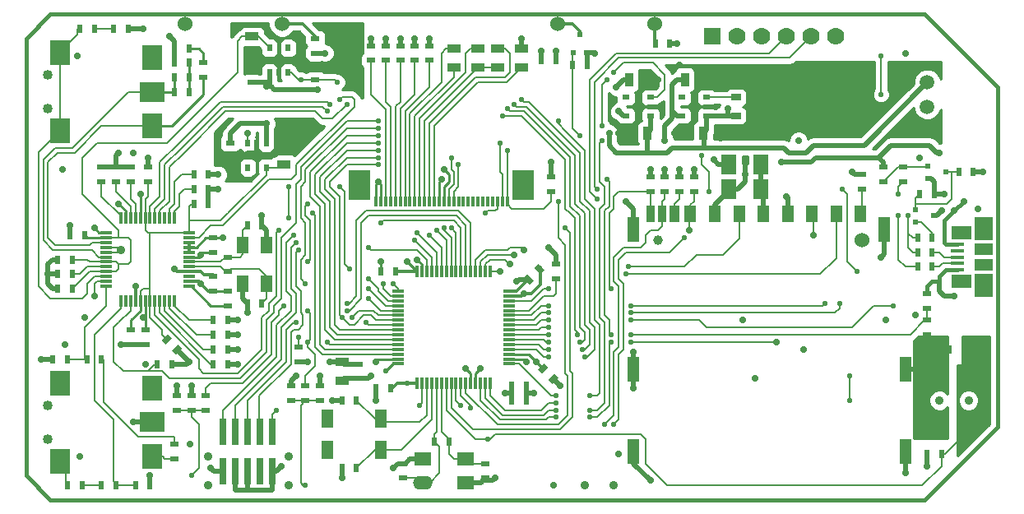
<source format=gtl>
G04 (created by PCBNEW (2013-07-05 BZR 4237)-testing) date Sat 03 Aug 2013 11:53:29 BST*
%MOIN*%
G04 Gerber Fmt 3.4, Leading zero omitted, Abs format*
%FSLAX34Y34*%
G01*
G70*
G90*
G04 APERTURE LIST*
%ADD10C,0.005906*%
%ADD11C,0.015000*%
%ADD12C,0.060000*%
%ADD13R,0.045000X0.070000*%
%ADD14R,0.040000X0.070000*%
%ADD15R,0.035000X0.070000*%
%ADD16C,0.039400*%
%ADD17R,0.050000X0.100000*%
%ADD18R,0.020000X0.030000*%
%ADD19R,0.030000X0.020000*%
%ADD20R,0.060000X0.080000*%
%ADD21R,0.035000X0.055000*%
%ADD22R,0.055000X0.035000*%
%ADD23R,0.054300X0.017700*%
%ADD24R,0.074800X0.046300*%
%ADD25R,0.074800X0.093500*%
%ADD26R,0.082700X0.058100*%
%ADD27R,0.011800X0.047000*%
%ADD28R,0.047000X0.011800*%
%ADD29R,0.070000X0.070000*%
%ADD30C,0.070000*%
%ADD31R,0.011800X0.043300*%
%ADD32R,0.090600X0.122000*%
%ADD33R,0.039000X0.028000*%
%ADD34R,0.078700X0.100400*%
%ADD35R,0.100400X0.078700*%
%ADD36C,0.040000*%
%ADD37C,0.035400*%
%ADD38R,0.051200X0.074800*%
%ADD39R,0.055100X0.059100*%
%ADD40R,0.023600X0.035400*%
%ADD41R,0.035400X0.023600*%
%ADD42R,0.059100X0.059100*%
%ADD43C,0.059100*%
%ADD44R,0.021654X0.023622*%
%ADD45R,0.023622X0.021654*%
%ADD46R,0.047244X0.070866*%
%ADD47R,0.029134X0.110039*%
%ADD48O,0.078700X0.055100*%
%ADD49R,0.070900X0.055100*%
%ADD50C,0.027600*%
%ADD51C,0.021654*%
%ADD52C,0.035000*%
%ADD53C,0.007874*%
%ADD54C,0.009843*%
%ADD55C,0.008000*%
%ADD56C,0.019700*%
%ADD57C,0.011800*%
%ADD58C,0.015700*%
%ADD59C,0.010000*%
G04 APERTURE END LIST*
G54D10*
G54D11*
X39369Y16733D02*
X39370Y16733D01*
X36417Y19685D02*
X39369Y16733D01*
X984Y19685D02*
X0Y18701D01*
X36417Y19685D02*
X984Y19685D01*
X36417Y0D02*
X39370Y2953D01*
X0Y984D02*
X0Y985D01*
X984Y0D02*
X0Y984D01*
X36417Y0D02*
X984Y0D01*
X0Y18701D02*
X0Y985D01*
X39370Y16733D02*
X39370Y2953D01*
G54D12*
X21524Y19292D03*
X25461Y19292D03*
X10366Y19292D03*
X6429Y19292D03*
G54D13*
X33809Y11595D03*
X32825Y11595D03*
X31840Y11595D03*
X30856Y11595D03*
X29872Y11595D03*
X28888Y11595D03*
X27903Y11595D03*
X26919Y11595D03*
G54D14*
X26279Y11595D03*
G54D15*
X25768Y11595D03*
X25295Y11595D03*
G54D16*
X25589Y10532D03*
G54D12*
X33858Y10532D03*
G54D17*
X24606Y1977D03*
X24606Y10977D03*
X35630Y1977D03*
X34764Y10977D03*
X24606Y5284D03*
X35630Y5284D03*
G54D18*
X9725Y14476D03*
X8975Y14476D03*
X9725Y13476D03*
X9350Y14476D03*
X8975Y13476D03*
X9861Y17315D03*
X10611Y17315D03*
X9861Y18315D03*
X10236Y17315D03*
X10611Y18315D03*
G54D19*
X25303Y15570D03*
X25303Y16320D03*
X24303Y15570D03*
X25303Y15945D03*
X24303Y16320D03*
G54D20*
X28484Y13583D03*
X29784Y13583D03*
X29784Y12599D03*
X28484Y12599D03*
G54D21*
X24428Y17027D03*
X25178Y17027D03*
X25178Y14862D03*
X24428Y14862D03*
G54D22*
X17323Y18289D03*
X17323Y17539D03*
X9153Y18780D03*
X9153Y18030D03*
X10433Y13601D03*
X10433Y14351D03*
X20079Y17539D03*
X20079Y18289D03*
X19095Y18289D03*
X19095Y17539D03*
X18307Y18289D03*
X18307Y17539D03*
G54D23*
X37752Y10355D03*
X37752Y9587D03*
X37752Y10099D03*
X37752Y9843D03*
G54D24*
X38799Y9513D03*
G54D25*
X38799Y10990D03*
X38799Y8696D03*
G54D24*
X38799Y10173D03*
G54D23*
X37752Y9331D03*
G54D26*
X37894Y8873D03*
X37894Y10813D03*
G54D27*
X15846Y4725D03*
X16042Y4725D03*
X16239Y4725D03*
X16436Y4725D03*
X16633Y4725D03*
X16830Y4725D03*
X17027Y4725D03*
X17224Y4725D03*
X17420Y4725D03*
X17617Y4725D03*
X17814Y4725D03*
X18011Y4725D03*
X18208Y4725D03*
X18405Y4725D03*
X18602Y4725D03*
X18798Y4725D03*
X18798Y9253D03*
X18602Y9253D03*
X18405Y9253D03*
X18208Y9253D03*
X18011Y9253D03*
X17814Y9253D03*
X17617Y9253D03*
X17420Y9253D03*
X17224Y9253D03*
X17027Y9253D03*
X16830Y9253D03*
X16633Y9253D03*
X16436Y9253D03*
X16239Y9253D03*
X16042Y9253D03*
X15846Y9253D03*
G54D28*
X19586Y5513D03*
X19586Y5709D03*
X19586Y5906D03*
X19586Y6103D03*
X19586Y6300D03*
X19586Y6497D03*
X19586Y6694D03*
X19586Y6891D03*
X19586Y7087D03*
X19586Y7284D03*
X19586Y7481D03*
X19586Y7678D03*
X19586Y7875D03*
X19586Y8072D03*
X19586Y8269D03*
X19586Y8465D03*
X15058Y8465D03*
X15058Y8269D03*
X15058Y8072D03*
X15058Y7875D03*
X15058Y7678D03*
X15058Y7481D03*
X15058Y7284D03*
X15058Y7087D03*
X15058Y6891D03*
X15058Y6694D03*
X15058Y6497D03*
X15058Y6300D03*
X15058Y6103D03*
X15058Y5906D03*
X15058Y5709D03*
X15058Y5513D03*
G54D27*
X3838Y8072D03*
X4035Y8072D03*
X4232Y8072D03*
X4429Y8072D03*
X4626Y8072D03*
X4823Y8072D03*
X5019Y8072D03*
X5216Y8072D03*
X5413Y8072D03*
X5610Y8072D03*
X5807Y8072D03*
X6004Y8072D03*
X6004Y11418D03*
X5807Y11418D03*
X5610Y11418D03*
X5413Y11418D03*
X5216Y11418D03*
X5019Y11418D03*
X4823Y11418D03*
X4626Y11418D03*
X4429Y11418D03*
X4232Y11418D03*
X4035Y11418D03*
X3838Y11418D03*
G54D28*
X6594Y8662D03*
X6594Y8859D03*
X6594Y9056D03*
X6594Y9253D03*
X6594Y9450D03*
X6594Y9647D03*
X6594Y9843D03*
X6594Y10040D03*
X6594Y10237D03*
X6594Y10434D03*
X6594Y10631D03*
X6594Y10828D03*
X3248Y10828D03*
X3248Y10631D03*
X3248Y10434D03*
X3248Y10237D03*
X3248Y10040D03*
X3248Y9843D03*
X3248Y9647D03*
X3248Y9450D03*
X3248Y9253D03*
X3248Y9056D03*
X3248Y8859D03*
X3248Y8662D03*
G54D29*
X27815Y18800D03*
G54D30*
X28815Y18800D03*
X29815Y18800D03*
X30815Y18800D03*
X31815Y18800D03*
X32815Y18800D03*
G54D31*
X16734Y12107D03*
X16930Y12107D03*
X17324Y12107D03*
X17521Y12107D03*
X17718Y12107D03*
X17915Y12107D03*
X18112Y12107D03*
X18309Y12107D03*
X18505Y12107D03*
X18702Y12107D03*
X18899Y12107D03*
X19096Y12107D03*
X19293Y12107D03*
X19490Y12107D03*
X16537Y12107D03*
X14174Y12107D03*
X14371Y12107D03*
X14568Y12107D03*
X14765Y12107D03*
X14962Y12107D03*
X15159Y12107D03*
X15355Y12107D03*
X15552Y12107D03*
X15749Y12107D03*
X15946Y12107D03*
X16143Y12107D03*
X17127Y12107D03*
X16340Y12107D03*
G54D32*
X20147Y12776D03*
X13517Y12776D03*
G54D33*
X29704Y15945D03*
X28760Y16319D03*
X28760Y15571D03*
G54D34*
X1358Y1565D03*
X1358Y4735D03*
G54D35*
X5098Y3150D03*
G54D34*
X5098Y4538D03*
X5098Y1762D03*
G54D36*
X886Y3839D03*
X886Y2461D03*
G54D34*
X1358Y14951D03*
X1358Y18121D03*
G54D35*
X5098Y16536D03*
G54D34*
X5098Y17924D03*
X5098Y15148D03*
G54D36*
X886Y17225D03*
X886Y15847D03*
G54D37*
X22637Y591D03*
X23819Y591D03*
G54D38*
X14370Y3287D03*
X14370Y2027D03*
X12204Y2027D03*
X12204Y3287D03*
G54D22*
X12795Y5591D03*
X12795Y4841D03*
G54D39*
X36930Y5178D03*
X38268Y5178D03*
X36930Y2894D03*
X38268Y2894D03*
G54D37*
X37008Y4036D03*
X38190Y4036D03*
X10630Y1773D03*
X10630Y591D03*
X7382Y1773D03*
X7382Y591D03*
G54D40*
X9547Y7972D03*
X8957Y7972D03*
X8957Y11122D03*
X9547Y11122D03*
X2264Y591D03*
X1674Y591D03*
G54D41*
X6004Y2263D03*
X6004Y1673D03*
G54D40*
X5019Y591D03*
X4429Y591D03*
X1083Y5709D03*
X1673Y5709D03*
X1869Y9153D03*
X1279Y9153D03*
X1772Y10728D03*
X2362Y10728D03*
X1280Y9744D03*
X1870Y9744D03*
X1279Y8563D03*
X1869Y8563D03*
G54D41*
X4822Y6299D03*
X4822Y6889D03*
X7579Y9055D03*
X7579Y8465D03*
X7579Y10630D03*
X7579Y10040D03*
X4232Y6299D03*
X4232Y6889D03*
G54D10*
G36*
X6322Y6132D02*
X6072Y5882D01*
X5905Y6049D01*
X6155Y6299D01*
X6322Y6132D01*
X6322Y6132D01*
G37*
G36*
X5905Y6549D02*
X5655Y6299D01*
X5488Y6466D01*
X5738Y6716D01*
X5905Y6549D01*
X5905Y6549D01*
G37*
G54D40*
X7382Y12008D03*
X6792Y12008D03*
G54D41*
X4921Y13484D03*
X4921Y12894D03*
G54D40*
X6594Y17716D03*
X6004Y17716D03*
X6594Y18307D03*
X6004Y18307D03*
X3544Y19095D03*
X4134Y19095D03*
X12795Y1279D03*
X13385Y1279D03*
X12795Y4035D03*
X13385Y4035D03*
X37991Y6102D03*
X37401Y6102D03*
G54D41*
X18602Y886D03*
X18602Y1476D03*
X15255Y1476D03*
X15255Y886D03*
G54D40*
X20275Y4626D03*
X19685Y4626D03*
G54D41*
X13976Y17815D03*
X13976Y18405D03*
X14567Y17815D03*
X14567Y18405D03*
X15157Y17815D03*
X15157Y18405D03*
X15748Y17815D03*
X15748Y18405D03*
X16338Y17815D03*
X16338Y18405D03*
G54D40*
X21456Y17815D03*
X20866Y17815D03*
G54D41*
X8267Y14468D03*
X8267Y13878D03*
X9153Y16929D03*
X9153Y17519D03*
G54D40*
X20275Y4035D03*
X19685Y4035D03*
G54D10*
G36*
X20737Y9571D02*
X20988Y9320D01*
X20821Y9154D01*
X20571Y9404D01*
X20737Y9571D01*
X20737Y9571D01*
G37*
G36*
X20320Y9154D02*
X20571Y8903D01*
X20404Y8736D01*
X20153Y8987D01*
X20320Y9154D01*
X20320Y9154D01*
G37*
G54D40*
X14370Y9252D03*
X14960Y9252D03*
G54D41*
X13484Y5511D03*
X13484Y4921D03*
G54D10*
G36*
X21578Y4951D02*
X21328Y4701D01*
X21161Y4868D01*
X21411Y5118D01*
X21578Y4951D01*
X21578Y4951D01*
G37*
G36*
X21161Y5368D02*
X20911Y5118D01*
X20744Y5285D01*
X20994Y5535D01*
X21161Y5368D01*
X21161Y5368D01*
G37*
G54D40*
X14174Y4528D03*
X14764Y4528D03*
G54D41*
X28149Y15551D03*
X28149Y14961D03*
X6102Y4232D03*
X6102Y3642D03*
X10728Y4626D03*
X10728Y4036D03*
G54D21*
X27442Y14862D03*
X26692Y14862D03*
X26692Y17027D03*
X27442Y17027D03*
G54D19*
X27567Y15570D03*
X27567Y16320D03*
X26567Y15570D03*
X27567Y15945D03*
X26567Y16320D03*
G54D42*
X36515Y14961D03*
G54D43*
X36515Y15945D03*
X36515Y16929D03*
G54D44*
X37273Y13287D03*
X36545Y13031D03*
X36545Y13543D03*
X36781Y11516D03*
X36053Y11260D03*
X36053Y11772D03*
G54D45*
X22441Y18868D03*
X22696Y18140D03*
X22185Y18140D03*
G54D40*
X5315Y5512D03*
X5905Y5512D03*
G54D41*
X35531Y13484D03*
X35531Y12894D03*
X4232Y12894D03*
X4232Y13484D03*
X3641Y12894D03*
X3641Y13484D03*
G54D40*
X7579Y5512D03*
X8169Y5512D03*
X7579Y6102D03*
X8169Y6102D03*
G54D41*
X3051Y12894D03*
X3051Y13484D03*
G54D40*
X6791Y12598D03*
X7381Y12598D03*
G54D41*
X8169Y8464D03*
X8169Y7874D03*
X8169Y9252D03*
X8169Y9842D03*
X34744Y13484D03*
X34744Y12894D03*
G54D40*
X38385Y13287D03*
X37795Y13287D03*
X36220Y12401D03*
X36810Y12401D03*
X36712Y10630D03*
X36122Y10630D03*
X3642Y591D03*
X3052Y591D03*
X2461Y5709D03*
X3051Y5709D03*
G54D41*
X36516Y7776D03*
X36516Y8366D03*
G54D40*
X36712Y9449D03*
X36122Y9449D03*
X36712Y10039D03*
X36122Y10039D03*
G54D41*
X36515Y6693D03*
X36515Y7283D03*
X26476Y12500D03*
X26476Y13090D03*
X27067Y12500D03*
X27067Y13090D03*
X33858Y12599D03*
X33858Y13189D03*
G54D40*
X7381Y13189D03*
X6791Y13189D03*
X6004Y17126D03*
X6594Y17126D03*
G54D41*
X7185Y17126D03*
X7185Y17716D03*
G54D40*
X2166Y19095D03*
X2756Y19095D03*
G54D41*
X25885Y13090D03*
X25885Y12500D03*
X25295Y13090D03*
X25295Y12500D03*
G54D40*
X7579Y6693D03*
X8169Y6693D03*
X36516Y1870D03*
X37106Y1870D03*
X16536Y2363D03*
X17126Y2363D03*
X7579Y7283D03*
X8169Y7283D03*
X6004Y16535D03*
X6594Y16535D03*
G54D41*
X21456Y9547D03*
X21456Y8957D03*
G54D40*
X22146Y17618D03*
X22736Y17618D03*
X25492Y18504D03*
X26082Y18504D03*
G54D41*
X11713Y18701D03*
X11713Y18111D03*
X21260Y12501D03*
X21260Y13091D03*
X7283Y4232D03*
X7283Y3642D03*
X11318Y4036D03*
X11318Y4626D03*
X6692Y4232D03*
X6692Y3642D03*
X11909Y4036D03*
X11909Y4626D03*
X11712Y17028D03*
X11712Y17618D03*
G54D46*
X9724Y8760D03*
X9724Y10335D03*
X8779Y10335D03*
X8779Y8760D03*
G54D47*
X7956Y1168D03*
X7956Y2768D03*
X8456Y1168D03*
X8456Y2768D03*
X8956Y1168D03*
X8956Y2768D03*
X9456Y1168D03*
X9456Y2768D03*
X9956Y1168D03*
X9956Y2768D03*
G54D41*
X11023Y5610D03*
X11023Y6200D03*
G54D48*
X16063Y709D03*
G54D49*
X17795Y709D03*
X17795Y1653D03*
X16063Y1653D03*
G54D50*
X36220Y13878D03*
X33464Y13287D03*
X10925Y5020D03*
X6102Y4626D03*
X6653Y2264D03*
X4626Y12401D03*
X7775Y13189D03*
X38582Y11811D03*
X27854Y13779D03*
X31299Y14567D03*
X23917Y16732D03*
X24015Y15748D03*
X21456Y18209D03*
X26378Y18504D03*
X26476Y13386D03*
X27067Y13386D03*
X2067Y18012D03*
X7086Y9941D03*
X7086Y8760D03*
X4724Y7382D03*
X34842Y7283D03*
X2165Y1772D03*
X1574Y6299D03*
X31496Y6102D03*
X12106Y18110D03*
X16929Y13386D03*
X1476Y13386D03*
X37007Y14075D03*
X37106Y11713D03*
X30610Y13681D03*
X25295Y13386D03*
X25885Y13386D03*
X24015Y1870D03*
X13976Y5020D03*
X11417Y5610D03*
G54D51*
X15452Y4724D03*
G54D50*
X7480Y1279D03*
X15452Y9646D03*
X19389Y4331D03*
X20669Y5610D03*
X19881Y8858D03*
X25885Y14567D03*
X36515Y1378D03*
X18405Y5315D03*
G54D51*
X14567Y5216D03*
G54D50*
X38779Y13287D03*
X37598Y8268D03*
X28444Y15846D03*
X23622Y14862D03*
X11811Y16634D03*
X9744Y16751D03*
X9744Y15256D03*
G54D51*
X14370Y11220D03*
X10630Y11417D03*
X10630Y12697D03*
X23818Y17323D03*
X12598Y16929D03*
X11122Y17028D03*
G54D50*
X8957Y14863D03*
G54D51*
X13090Y9350D03*
X12696Y12697D03*
X13878Y8563D03*
X11318Y8760D03*
X13878Y8169D03*
X23326Y15157D03*
X23523Y17027D03*
X14271Y15059D03*
X11417Y9646D03*
X11417Y12008D03*
X34645Y16437D03*
X34645Y18012D03*
X13878Y8957D03*
X16338Y10728D03*
X23129Y12205D03*
X16633Y10925D03*
X23129Y12598D03*
X33366Y4035D03*
X33366Y5020D03*
X33661Y9252D03*
X35334Y12401D03*
X33070Y12598D03*
X21456Y3937D03*
X24507Y7283D03*
X21161Y7283D03*
X35137Y7874D03*
X23818Y3051D03*
X13189Y7382D03*
X26673Y10630D03*
X21555Y12106D03*
X18011Y3740D03*
X24507Y6398D03*
X23720Y6398D03*
X22834Y3347D03*
X21456Y3346D03*
G54D50*
X30413Y6398D03*
G54D51*
X21850Y11024D03*
X27362Y13976D03*
X27657Y12500D03*
X21161Y6988D03*
X18700Y2461D03*
X10137Y3642D03*
X11614Y11614D03*
X18602Y11614D03*
X22441Y14764D03*
X14271Y14764D03*
X19192Y14468D03*
X14271Y14468D03*
X17224Y13878D03*
X14271Y13878D03*
X14271Y14173D03*
X19488Y14173D03*
X14271Y13583D03*
X10925Y7185D03*
X12795Y7382D03*
X17519Y13583D03*
X15945Y3839D03*
X23425Y3051D03*
X24311Y9153D03*
G54D50*
X19193Y9252D03*
X26870Y10926D03*
X19784Y9941D03*
X31890Y10729D03*
X20177Y10138D03*
G54D51*
X24409Y9449D03*
G54D50*
X19587Y9548D03*
G54D51*
X23720Y8563D03*
X21161Y8563D03*
X17618Y3838D03*
X10925Y10433D03*
X14862Y8760D03*
X11023Y10138D03*
X14468Y8760D03*
X10826Y10728D03*
X13878Y10236D03*
X35334Y11516D03*
X15846Y10827D03*
X15748Y10531D03*
X35728Y11516D03*
X24507Y6693D03*
X23523Y12992D03*
X23720Y6693D03*
X17224Y11024D03*
X22834Y3642D03*
X21456Y3642D03*
X23326Y14567D03*
X11318Y590D03*
X11417Y6398D03*
X12204Y6398D03*
X11417Y7677D03*
X12992Y7677D03*
X12992Y7972D03*
X10433Y7874D03*
X20079Y16240D03*
X12697Y16241D03*
X22637Y5807D03*
X21161Y5807D03*
X16929Y11024D03*
X10236Y10925D03*
X19488Y15847D03*
X12303Y16043D03*
X21161Y6398D03*
X22441Y6398D03*
X19291Y15552D03*
X12204Y15748D03*
X22342Y6693D03*
X21161Y6693D03*
X21555Y15355D03*
X22834Y4233D03*
X21456Y4232D03*
X14271Y15354D03*
X19784Y16044D03*
X22539Y6102D03*
X12992Y16044D03*
X21161Y6102D03*
X6692Y984D03*
G54D50*
X32185Y17520D03*
X31889Y16732D03*
X30216Y16535D03*
X29822Y17323D03*
X24606Y6004D03*
X24606Y4527D03*
X21161Y10236D03*
X30807Y12303D03*
X10334Y1378D03*
X12795Y886D03*
X11909Y5020D03*
X8563Y5512D03*
X8563Y6102D03*
X8563Y6693D03*
X8563Y7283D03*
X15846Y9744D03*
X8956Y7579D03*
X9547Y11516D03*
X6692Y4626D03*
X6594Y5610D03*
X14173Y4035D03*
X24311Y12106D03*
X4330Y14075D03*
X29035Y7283D03*
X29527Y4921D03*
X21653Y4626D03*
X20275Y5610D03*
X4921Y13878D03*
X3740Y14075D03*
X3740Y12008D03*
X7775Y12598D03*
X37204Y12401D03*
X28149Y14665D03*
X26476Y17618D03*
X35630Y18110D03*
X27854Y17027D03*
X30118Y15945D03*
X27952Y15945D03*
X26279Y14862D03*
X24015Y14862D03*
X25689Y15945D03*
X25590Y17027D03*
X23031Y18110D03*
X21358Y590D03*
X25295Y788D03*
X3838Y6299D03*
X7972Y10630D03*
X4822Y5512D03*
X17815Y5315D03*
X20570Y4331D03*
X14173Y5610D03*
X12303Y5610D03*
X36023Y7480D03*
X20866Y18209D03*
X20078Y18701D03*
X16338Y18701D03*
X15748Y18701D03*
X15157Y18701D03*
X14567Y18701D03*
X13976Y18701D03*
X14370Y9646D03*
X12106Y17618D03*
X34645Y9842D03*
X10531Y14764D03*
X12401Y4035D03*
X16830Y12992D03*
X14271Y12894D03*
X18996Y886D03*
X14862Y1279D03*
X35630Y1083D03*
X36319Y3347D03*
X21260Y13682D03*
X37992Y12107D03*
X36930Y5806D03*
X29134Y13189D03*
X11221Y17520D03*
X29134Y13682D03*
X20177Y8367D03*
X4429Y8662D03*
X6004Y9351D03*
X37599Y11713D03*
X1771Y11122D03*
X2755Y11024D03*
X2756Y8268D03*
X5019Y984D03*
X5807Y18799D03*
X591Y5709D03*
X885Y9153D03*
X2362Y7382D03*
X4724Y19095D03*
X4331Y3150D03*
G54D52*
X3838Y10138D03*
G54D51*
X21161Y7874D03*
X24507Y7874D03*
X32381Y7972D03*
X13779Y7185D03*
X11023Y6594D03*
X24507Y7579D03*
X32972Y7972D03*
X21161Y7579D03*
G54D53*
X5019Y8072D02*
X5019Y7383D01*
X5511Y6693D02*
X5696Y6508D01*
X5511Y6890D02*
X5511Y6693D01*
X5019Y7383D02*
X5511Y6890D01*
X9725Y13476D02*
X10308Y13476D01*
X10308Y13476D02*
X10433Y13601D01*
X8169Y11614D02*
X8169Y11614D01*
X9725Y13170D02*
X9725Y13476D01*
X8169Y11614D02*
X9725Y13170D01*
G54D54*
X4232Y6889D02*
X4232Y7283D01*
X4626Y7677D02*
X4626Y8072D01*
X4232Y7283D02*
X4626Y7677D01*
G54D55*
X4823Y10927D02*
X4823Y11418D01*
X8169Y11614D02*
X8169Y11614D01*
X5019Y10828D02*
X4922Y10828D01*
X4724Y8563D02*
X5019Y8563D01*
X8169Y11614D02*
X7874Y11319D01*
X4922Y10828D02*
X4823Y10927D01*
X4823Y12206D02*
X4921Y12304D01*
X7874Y11319D02*
X6594Y11319D01*
X4823Y11418D02*
X4823Y12206D01*
X4626Y8072D02*
X4626Y8465D01*
X6594Y10828D02*
X5019Y10828D01*
X4921Y12304D02*
X4921Y12814D01*
X5019Y8563D02*
X5019Y10828D01*
X4626Y8465D02*
X4724Y8563D01*
X6594Y11890D02*
X6712Y12008D01*
X6594Y10828D02*
X6594Y11319D01*
X6594Y11319D02*
X6594Y11890D01*
X5019Y8072D02*
X5019Y8563D01*
G54D54*
X3248Y10631D02*
X2459Y10631D01*
X2459Y10631D02*
X2362Y10728D01*
G54D53*
X3543Y11122D02*
X3543Y11122D01*
X2263Y12401D02*
X2263Y13878D01*
X3543Y11122D02*
X2263Y12401D01*
X7874Y16634D02*
X7874Y16634D01*
X7874Y16634D02*
X8563Y17323D01*
X5512Y14469D02*
X5709Y14469D01*
X5709Y14469D02*
X6693Y15453D01*
X3248Y9253D02*
X2559Y9253D01*
X1870Y8563D02*
X1869Y8563D01*
X2559Y9253D02*
X1870Y8563D01*
G54D55*
X5512Y14469D02*
X2854Y14469D01*
X9395Y18781D02*
X9861Y18315D01*
X9154Y18781D02*
X8741Y18781D01*
X8563Y18603D02*
X8563Y17323D01*
X9154Y18781D02*
X9395Y18781D01*
X8741Y18781D02*
X8563Y18603D01*
X7874Y16634D02*
X7874Y16634D01*
X2263Y13878D02*
X2854Y14469D01*
X6693Y15453D02*
X7874Y16634D01*
X1950Y9744D02*
X2461Y9744D01*
X3740Y9351D02*
X3740Y9548D01*
X3739Y9548D02*
X3640Y9647D01*
X3740Y10925D02*
X3543Y11122D01*
X3740Y10630D02*
X4133Y10630D01*
X3740Y9548D02*
X3739Y9548D01*
X3640Y10631D02*
X3248Y10631D01*
X2558Y9647D02*
X3248Y9647D01*
X3641Y10630D02*
X3740Y10630D01*
X3640Y9647D02*
X3248Y9647D01*
X4231Y9647D02*
X4132Y9548D01*
X3642Y9253D02*
X3740Y9351D01*
X4133Y10630D02*
X4231Y10532D01*
X3248Y9253D02*
X3642Y9253D01*
X4231Y10532D02*
X4231Y9647D01*
X2461Y9744D02*
X2558Y9647D01*
X3740Y10925D02*
X3740Y10630D01*
X3641Y10630D02*
X3640Y10631D01*
X4132Y9548D02*
X3740Y9548D01*
G54D56*
X33858Y13189D02*
X33563Y13189D01*
X33563Y13189D02*
X33464Y13287D01*
X10728Y4626D02*
X10728Y4823D01*
X10728Y4823D02*
X10925Y5020D01*
X6102Y4232D02*
X6102Y4626D01*
G54D54*
X4626Y11418D02*
X4626Y12401D01*
X4626Y12401D02*
X4626Y12401D01*
G54D56*
X7381Y13189D02*
X7775Y13189D01*
X28484Y13583D02*
X28051Y13583D01*
X28051Y13583D02*
X27854Y13779D01*
X24428Y17027D02*
X24212Y17027D01*
X24212Y17027D02*
X23917Y16732D01*
X24303Y15570D02*
X24193Y15570D01*
X24193Y15570D02*
X24015Y15748D01*
X21456Y17815D02*
X21456Y18208D01*
X21456Y18208D02*
X21456Y18209D01*
X26082Y18504D02*
X26378Y18504D01*
X26476Y13090D02*
X26476Y13386D01*
X27067Y13090D02*
X27067Y13386D01*
G54D54*
X4822Y6889D02*
X4822Y7480D01*
X4822Y7480D02*
X4823Y7480D01*
X7579Y8465D02*
X7382Y8465D01*
X7382Y8465D02*
X7086Y8760D01*
X8169Y8464D02*
X7579Y8464D01*
X7579Y8464D02*
X7579Y8465D01*
X7579Y10040D02*
X7185Y10040D01*
X6988Y9843D02*
X7086Y9941D01*
X6988Y9843D02*
X6594Y9843D01*
X7185Y10040D02*
X7086Y9941D01*
X4823Y8072D02*
X4823Y7480D01*
X4823Y7480D02*
X4724Y7382D01*
G54D56*
X11713Y18111D02*
X12106Y18111D01*
X12106Y18111D02*
X12106Y18110D01*
G54D54*
X16930Y12107D02*
X16930Y12698D01*
X17126Y13189D02*
X16929Y13386D01*
X17126Y12894D02*
X17126Y13189D01*
X16930Y12698D02*
X17126Y12894D01*
G54D57*
X6594Y8859D02*
X6988Y8859D01*
X6988Y8859D02*
X7086Y8760D01*
G54D56*
X37007Y14075D02*
X36909Y14075D01*
X36781Y11516D02*
X36909Y11516D01*
X36909Y11516D02*
X37106Y11713D01*
X35040Y14370D02*
X34547Y13878D01*
X36614Y14370D02*
X35040Y14370D01*
X36909Y14075D02*
X36614Y14370D01*
X34547Y13878D02*
X31987Y13878D01*
X34744Y13681D02*
X34547Y13878D01*
X34744Y13484D02*
X34744Y13681D01*
X31791Y13681D02*
X30610Y13681D01*
X31987Y13878D02*
X31791Y13681D01*
X25295Y13386D02*
X25295Y13090D01*
X25885Y13386D02*
X25885Y13090D01*
X13878Y4921D02*
X13976Y5020D01*
X13484Y4921D02*
X13878Y4921D01*
X11417Y5610D02*
X11417Y5610D01*
X11417Y5610D02*
X11023Y5610D01*
G54D54*
X15453Y4725D02*
X15452Y4724D01*
X15846Y4725D02*
X15453Y4725D01*
G54D56*
X7591Y1168D02*
X7956Y1168D01*
X7591Y1168D02*
X7480Y1279D01*
G54D54*
X15452Y9646D02*
X15845Y9253D01*
X15845Y9253D02*
X15846Y9253D01*
G54D56*
X19389Y4331D02*
X19685Y4331D01*
G54D54*
X20952Y5327D02*
X20669Y5610D01*
X20374Y5906D02*
X20669Y5610D01*
X20374Y5906D02*
X19586Y5906D01*
G54D56*
X19968Y8945D02*
X20362Y8945D01*
X19881Y8858D02*
X19968Y8945D01*
X26181Y15453D02*
X25885Y15157D01*
X25885Y15157D02*
X25885Y14567D01*
X26181Y15748D02*
X26181Y15453D01*
X26692Y17027D02*
X26378Y17027D01*
X26359Y15570D02*
X26567Y15570D01*
X26181Y15748D02*
X26359Y15570D01*
X26181Y16831D02*
X26181Y15748D01*
X26378Y17027D02*
X26181Y16831D01*
X36516Y1378D02*
X36516Y1870D01*
X36515Y1378D02*
X36516Y1378D01*
G54D54*
X18208Y4725D02*
X18208Y5117D01*
X18208Y5117D02*
X18405Y5315D01*
G54D56*
X19685Y4035D02*
X19685Y4331D01*
X19685Y4331D02*
X19685Y4626D01*
X13484Y4921D02*
X12875Y4921D01*
X12875Y4921D02*
X12795Y4841D01*
G54D54*
X15058Y5513D02*
X14863Y5513D01*
X14863Y5513D02*
X14567Y5216D01*
G54D57*
X15846Y9253D02*
X15041Y9253D01*
X15041Y4725D02*
X14844Y4528D01*
X19882Y8465D02*
X20306Y8889D01*
X19586Y8465D02*
X19882Y8465D01*
X15041Y9253D02*
X15040Y9252D01*
X15846Y4725D02*
X15041Y4725D01*
G54D56*
X37008Y8859D02*
X37008Y8464D01*
X38779Y13287D02*
X38385Y13287D01*
X37204Y8268D02*
X37598Y8268D01*
X37008Y8464D02*
X37204Y8268D01*
G54D58*
X37008Y9056D02*
X37008Y8859D01*
X36713Y8859D02*
X36516Y8662D01*
X36516Y8662D02*
X36516Y8446D01*
X37008Y8859D02*
X36713Y8859D01*
X37752Y9331D02*
X37283Y9331D01*
X37283Y9331D02*
X37008Y9056D01*
G54D56*
X28444Y15846D02*
X28444Y15571D01*
X31889Y14370D02*
X33956Y14370D01*
X36515Y16929D02*
X36515Y16929D01*
X33956Y14370D02*
X36515Y16929D01*
X30905Y14075D02*
X30708Y14272D01*
X31594Y14075D02*
X30905Y14075D01*
X31889Y14370D02*
X31594Y14075D01*
X27460Y14272D02*
X26181Y14272D01*
X26181Y14272D02*
X25984Y14075D01*
X30708Y14272D02*
X27460Y14272D01*
X27567Y15570D02*
X28130Y15570D01*
X28130Y15570D02*
X28149Y15551D01*
X28760Y15571D02*
X28444Y15571D01*
X28444Y15571D02*
X28169Y15571D01*
X28169Y15571D02*
X28149Y15551D01*
X27567Y15570D02*
X27567Y14987D01*
X27567Y14987D02*
X27442Y14862D01*
X27460Y14272D02*
X27460Y14843D01*
X27460Y14843D02*
X27442Y14862D01*
X25178Y14862D02*
X25178Y14075D01*
X25178Y14075D02*
X25098Y14075D01*
X25303Y15570D02*
X25303Y14987D01*
X25303Y14987D02*
X25178Y14862D01*
X25984Y14075D02*
X25098Y14075D01*
X25098Y14075D02*
X23917Y14075D01*
X23622Y14370D02*
X23622Y14862D01*
X23917Y14075D02*
X23622Y14370D01*
X9922Y16751D02*
X9744Y16751D01*
X10039Y16634D02*
X9922Y16751D01*
X11811Y16634D02*
X10039Y16634D01*
X9744Y15256D02*
X8661Y15256D01*
X8267Y14862D02*
X8267Y14468D01*
X8661Y15256D02*
X8267Y14862D01*
X9153Y16929D02*
X9861Y16929D01*
X9861Y16929D02*
X9861Y16850D01*
X9861Y16850D02*
X9762Y16751D01*
X9762Y16751D02*
X9744Y16751D01*
X9744Y15256D02*
X9725Y15256D01*
X9861Y17315D02*
X9861Y16850D01*
X9725Y14477D02*
X9725Y15256D01*
G54D57*
X25461Y19292D02*
X25461Y18535D01*
X25461Y18535D02*
X25492Y18504D01*
X11202Y19292D02*
X11713Y18781D01*
X10366Y19292D02*
X11202Y19292D01*
G54D53*
X17322Y11319D02*
X14468Y11319D01*
X14468Y11319D02*
X14370Y11220D01*
X10630Y11417D02*
X10630Y12697D01*
X17617Y9253D02*
X17617Y11025D01*
X17617Y11025D02*
X17322Y11319D01*
X25303Y16320D02*
X25571Y16320D01*
X25885Y17224D02*
X25393Y17716D01*
X25885Y16634D02*
X25885Y17224D01*
X25571Y16320D02*
X25885Y16634D01*
X24212Y17716D02*
X23818Y17323D01*
X25393Y17716D02*
X24212Y17716D01*
X12499Y17028D02*
X11712Y17028D01*
X12598Y16929D02*
X12499Y17028D01*
X11712Y17028D02*
X11122Y17028D01*
X11122Y17028D02*
X11023Y17028D01*
X11023Y17028D02*
X10736Y17315D01*
X10736Y17315D02*
X10611Y17315D01*
G54D55*
X8957Y14863D02*
X8975Y14845D01*
X8975Y14845D02*
X8975Y14477D01*
G54D53*
X12893Y12500D02*
X12696Y12697D01*
X12893Y9547D02*
X12893Y12500D01*
X12893Y9547D02*
X13090Y9350D01*
X15058Y7875D02*
X14566Y7875D01*
X14566Y7875D02*
X13878Y8563D01*
X11318Y9941D02*
X11122Y9744D01*
X11318Y9941D02*
X11318Y11220D01*
X11318Y11220D02*
X11122Y11417D01*
X11122Y9744D02*
X11122Y8957D01*
X11122Y8957D02*
X11318Y8760D01*
X15058Y7678D02*
X14369Y7678D01*
X14369Y7678D02*
X13878Y8169D01*
X14271Y15059D02*
X12992Y15059D01*
X11122Y11417D02*
X11122Y12697D01*
X11122Y12697D02*
X11318Y12894D01*
X23326Y15157D02*
X23326Y16831D01*
X23326Y16831D02*
X23523Y17027D01*
X12992Y15059D02*
X11318Y13386D01*
X11318Y13386D02*
X11318Y12894D01*
X11417Y9646D02*
X11515Y9744D01*
X11515Y9744D02*
X11515Y11319D01*
X11515Y11319D02*
X11318Y11516D01*
X11318Y11909D02*
X11318Y11516D01*
X11318Y11909D02*
X11417Y12008D01*
X34645Y16437D02*
X34645Y18012D01*
X14271Y8563D02*
X13878Y8957D01*
X15058Y8072D02*
X14664Y8072D01*
X14271Y8464D02*
X14271Y8563D01*
X14664Y8072D02*
X14271Y8464D01*
X16830Y9253D02*
X16830Y10237D01*
X16830Y10237D02*
X16338Y10728D01*
X22834Y12500D02*
X22834Y17027D01*
X23129Y12205D02*
X22834Y12500D01*
X23917Y18110D02*
X26279Y18110D01*
X22834Y17027D02*
X23917Y18110D01*
G54D55*
X30807Y18800D02*
X30118Y18111D01*
X26280Y18111D02*
X26279Y18110D01*
X30118Y18111D02*
X26280Y18111D01*
X30807Y18800D02*
X30815Y18800D01*
G54D53*
X17027Y9253D02*
X17027Y10532D01*
X17027Y10532D02*
X16633Y10925D01*
X23031Y12697D02*
X23031Y16929D01*
X23129Y12598D02*
X23031Y12697D01*
X24016Y17914D02*
X26378Y17914D01*
X23031Y16929D02*
X24016Y17914D01*
G54D55*
X26378Y17914D02*
X30929Y17914D01*
X31815Y18800D02*
X30929Y17914D01*
G54D53*
X33366Y4035D02*
X33366Y5020D01*
X35531Y12894D02*
X35531Y12894D01*
X33661Y9252D02*
X33267Y9646D01*
X33267Y9646D02*
X33267Y12401D01*
X35531Y12894D02*
X35334Y12697D01*
X35334Y12697D02*
X35334Y12401D01*
X33070Y12598D02*
X33267Y12401D01*
X19389Y3642D02*
X20866Y3642D01*
X21161Y3937D02*
X21456Y3937D01*
X20866Y3642D02*
X21161Y3937D01*
X18798Y4725D02*
X18798Y4233D01*
X18798Y4233D02*
X19389Y3642D01*
X27559Y6988D02*
X27263Y7283D01*
X27263Y7283D02*
X24507Y7283D01*
X19586Y7087D02*
X20669Y7087D01*
X20866Y7283D02*
X21161Y7283D01*
X20669Y7087D02*
X20866Y7283D01*
X27559Y6988D02*
X33464Y6988D01*
X33464Y6988D02*
X34350Y7874D01*
X34350Y7874D02*
X35137Y7874D01*
X24311Y10039D02*
X26082Y10039D01*
X24015Y9744D02*
X24311Y10039D01*
X24015Y8957D02*
X24015Y9744D01*
X24212Y8760D02*
X24015Y8957D01*
X24212Y6102D02*
X24212Y8760D01*
X24015Y5905D02*
X24212Y6102D01*
X24015Y3248D02*
X24015Y5905D01*
X23818Y3051D02*
X24015Y3248D01*
X14271Y7481D02*
X14074Y7677D01*
X15058Y7481D02*
X14271Y7481D01*
X13484Y7677D02*
X13189Y7382D01*
X14074Y7677D02*
X13484Y7677D01*
X26082Y10039D02*
X26673Y10630D01*
G54D57*
X22441Y18868D02*
X22441Y18996D01*
X22145Y19292D02*
X21524Y19292D01*
X22441Y18996D02*
X22145Y19292D01*
G54D53*
X21850Y10335D02*
X21555Y10630D01*
X21555Y10630D02*
X21555Y12106D01*
X19094Y3051D02*
X21555Y3051D01*
X17814Y4725D02*
X17814Y4332D01*
X17814Y4332D02*
X19094Y3051D01*
X21555Y3051D02*
X21948Y3445D01*
X21948Y3445D02*
X21948Y5020D01*
X21948Y5020D02*
X21850Y5118D01*
X21850Y5118D02*
X21850Y10335D01*
X17617Y4725D02*
X17617Y4233D01*
X18011Y3838D02*
X18011Y3740D01*
X17617Y4233D02*
X18011Y3838D01*
X25787Y6398D02*
X24507Y6398D01*
X22834Y3347D02*
X23130Y3347D01*
X23622Y6299D02*
X23720Y6398D01*
X23622Y3838D02*
X23622Y6299D01*
X23130Y3347D02*
X23622Y3838D01*
X26772Y6398D02*
X25787Y6398D01*
X25787Y6398D02*
X25787Y6398D01*
X19192Y3248D02*
X21063Y3248D01*
X21161Y3346D02*
X21456Y3346D01*
X21063Y3248D02*
X21161Y3346D01*
X18405Y4725D02*
X18405Y4036D01*
X18405Y4036D02*
X19192Y3248D01*
G54D55*
X26772Y6398D02*
X30413Y6398D01*
G54D53*
X22047Y10827D02*
X21850Y11024D01*
X18110Y2854D02*
X21653Y2854D01*
X22047Y5216D02*
X22047Y10827D01*
X22145Y5118D02*
X22047Y5216D01*
X22145Y3346D02*
X22145Y5118D01*
X21653Y2854D02*
X22145Y3346D01*
X27657Y12500D02*
X27657Y13287D01*
X27657Y13287D02*
X27362Y13583D01*
X27362Y13583D02*
X27362Y13976D01*
X17224Y4725D02*
X17224Y3741D01*
X17224Y3741D02*
X18110Y2854D01*
X19586Y6891D02*
X20768Y6891D01*
X20866Y6988D02*
X21161Y6988D01*
X20768Y6891D02*
X20866Y6988D01*
X18700Y2461D02*
X18799Y2461D01*
X18996Y2657D02*
X24901Y2657D01*
X18799Y2461D02*
X18996Y2657D01*
X18700Y2461D02*
X18208Y2461D01*
X18700Y2461D02*
X18700Y2461D01*
X9956Y2768D02*
X9956Y3461D01*
X9956Y3461D02*
X10137Y3642D01*
X25098Y2461D02*
X24901Y2657D01*
X37106Y1870D02*
X37106Y1377D01*
X37106Y1377D02*
X36318Y590D01*
X36318Y590D02*
X25984Y590D01*
X25984Y590D02*
X25098Y1476D01*
X25098Y1476D02*
X25098Y2461D01*
X37106Y1870D02*
X37244Y1870D01*
X37244Y1870D02*
X38268Y2894D01*
X38268Y5178D02*
X38268Y5826D01*
X38268Y5826D02*
X37991Y6102D01*
G54D55*
X17027Y3643D02*
X18208Y2461D01*
X17027Y4725D02*
X17027Y3643D01*
G54D53*
X11712Y11516D02*
X11712Y6201D01*
X11614Y11614D02*
X11712Y11516D01*
X19094Y11811D02*
X19096Y11811D01*
X18996Y11713D02*
X19094Y11811D01*
X18700Y11713D02*
X18996Y11713D01*
X18602Y11614D02*
X18700Y11713D01*
X12007Y5906D02*
X11712Y6201D01*
X15058Y5906D02*
X12007Y5906D01*
X19096Y11811D02*
X19096Y12107D01*
X11909Y6299D02*
X11909Y11909D01*
X11515Y13287D02*
X12992Y14764D01*
X11515Y12303D02*
X11515Y13287D01*
X11909Y11909D02*
X11515Y12303D01*
X14271Y14764D02*
X12992Y14764D01*
X22146Y17618D02*
X22146Y15059D01*
X22146Y15059D02*
X22441Y14764D01*
X22146Y17618D02*
X22146Y18101D01*
X22146Y18101D02*
X22185Y18140D01*
X15058Y6103D02*
X12106Y6103D01*
X12106Y6103D02*
X11909Y6299D01*
X12106Y12008D02*
X11712Y12401D01*
X11712Y12401D02*
X11712Y13189D01*
X19192Y13287D02*
X19192Y14468D01*
X14271Y14468D02*
X12992Y14468D01*
X12992Y14468D02*
X11712Y13189D01*
X12499Y6497D02*
X12106Y6890D01*
X15058Y6497D02*
X12499Y6497D01*
X12106Y6890D02*
X12106Y12008D01*
X19192Y13287D02*
X19293Y13187D01*
X19293Y13187D02*
X19293Y12107D01*
X12500Y12106D02*
X12500Y12205D01*
X12106Y12992D02*
X12992Y13878D01*
X12106Y12598D02*
X12106Y12992D01*
X12500Y12205D02*
X12106Y12598D01*
X12500Y9941D02*
X12500Y7087D01*
X12500Y7087D02*
X12500Y7086D01*
X12500Y7087D02*
X12500Y7087D01*
X12500Y7087D02*
X12500Y7087D01*
X13976Y6890D02*
X12696Y6890D01*
X12696Y6890D02*
X12696Y6890D01*
G54D55*
X13976Y6891D02*
X13976Y6890D01*
X12696Y6890D02*
X12500Y7086D01*
X13976Y6891D02*
X15058Y6891D01*
G54D53*
X12992Y13878D02*
X14271Y13878D01*
X17322Y13287D02*
X17224Y13386D01*
X17224Y13386D02*
X17224Y13878D01*
X17127Y12107D02*
X17127Y12599D01*
X17322Y12795D02*
X17322Y13287D01*
X17127Y12599D02*
X17322Y12795D01*
G54D55*
X12500Y12106D02*
X12500Y9941D01*
G54D53*
X12303Y12106D02*
X11909Y12500D01*
X11909Y13090D02*
X12992Y14173D01*
X11909Y12500D02*
X11909Y13090D01*
X19488Y13583D02*
X19488Y14173D01*
X12992Y14173D02*
X14271Y14173D01*
X12303Y6988D02*
X12303Y12106D01*
G54D55*
X15058Y6694D02*
X14075Y6694D01*
X14075Y6694D02*
X14075Y6693D01*
G54D53*
X12598Y6693D02*
X12303Y6988D01*
X14075Y6693D02*
X12598Y6693D01*
X19488Y13583D02*
X19490Y13583D01*
X19490Y13583D02*
X19490Y12107D01*
G54D55*
X19490Y12006D02*
X19685Y11811D01*
X21260Y12107D02*
X21260Y12421D01*
X20964Y11811D02*
X21260Y12107D01*
X19685Y11811D02*
X20964Y11811D01*
X19490Y12107D02*
X19490Y12006D01*
G54D53*
X10531Y5610D02*
X10531Y6890D01*
X10826Y7185D02*
X10925Y7185D01*
X10531Y6890D02*
X10826Y7185D01*
X13976Y7480D02*
X13681Y7480D01*
X13681Y7480D02*
X13287Y7087D01*
X15058Y7284D02*
X14173Y7284D01*
X14173Y7284D02*
X13976Y7480D01*
X12795Y7382D02*
X13090Y7087D01*
X12696Y12303D02*
X12696Y7480D01*
X12992Y13583D02*
X14271Y13583D01*
X12696Y12303D02*
X12303Y12697D01*
X12303Y12697D02*
X12303Y12894D01*
X12303Y12894D02*
X12992Y13583D01*
X12696Y7480D02*
X12795Y7382D01*
X8956Y4035D02*
X8956Y2768D01*
X10531Y5610D02*
X8956Y4035D01*
X17324Y12107D02*
X17324Y12501D01*
X17324Y12501D02*
X17519Y12697D01*
X17519Y12697D02*
X17519Y13583D01*
X13287Y7087D02*
X13090Y7087D01*
G54D55*
X16042Y4725D02*
X16042Y3936D01*
X16042Y3936D02*
X15945Y3839D01*
G54D53*
X24015Y6201D02*
X24015Y8661D01*
X25768Y11595D02*
X25768Y11102D01*
X25768Y11102D02*
X25590Y10925D01*
X23425Y3051D02*
X23818Y3445D01*
X25295Y10925D02*
X25590Y10925D01*
X24015Y8661D02*
X23818Y8858D01*
X23818Y8858D02*
X23818Y9842D01*
X23818Y9842D02*
X24212Y10236D01*
X24212Y10236D02*
X24901Y10236D01*
X24901Y10236D02*
X25098Y10433D01*
X25098Y10433D02*
X25098Y10728D01*
X25098Y10728D02*
X25295Y10925D01*
X23818Y6004D02*
X24015Y6201D01*
X23818Y3445D02*
X23818Y6004D01*
X25768Y11595D02*
X25768Y12087D01*
X25885Y12205D02*
X25885Y12500D01*
X25768Y12087D02*
X25885Y12205D01*
X24311Y9153D02*
X32185Y9153D01*
G54D55*
X32825Y9794D02*
X32775Y9744D01*
X32825Y11595D02*
X32825Y9794D01*
G54D53*
X32185Y9153D02*
X32775Y9744D01*
X32775Y9744D02*
X32775Y9744D01*
G54D55*
X19192Y9253D02*
X19193Y9252D01*
X19192Y9253D02*
X18798Y9253D01*
G54D53*
X26919Y11595D02*
X26919Y11958D01*
X27067Y12106D02*
X27067Y12500D01*
X26919Y11958D02*
X27067Y12106D01*
G54D55*
X26870Y10926D02*
X26870Y11546D01*
X26870Y11546D02*
X26919Y11595D01*
X18405Y9646D02*
X18406Y9646D01*
X18405Y9253D02*
X18405Y9646D01*
X18406Y9646D02*
X18701Y9941D01*
X18701Y9941D02*
X19784Y9941D01*
X31890Y10729D02*
X31890Y11545D01*
X31890Y11545D02*
X31840Y11595D01*
X18208Y9744D02*
X18602Y10138D01*
X19587Y10237D02*
X20078Y10237D01*
X20078Y10237D02*
X20177Y10138D01*
X19488Y10138D02*
X19587Y10237D01*
X18208Y9253D02*
X18208Y9744D01*
X18602Y10138D02*
X19488Y10138D01*
G54D56*
X29872Y11595D02*
X29872Y12511D01*
X29872Y12511D02*
X29784Y12599D01*
X29784Y13583D02*
X29784Y12599D01*
G54D53*
X27165Y9941D02*
X28248Y9941D01*
X28888Y10581D02*
X28888Y11595D01*
X28248Y9941D02*
X28888Y10581D01*
X26673Y9449D02*
X27165Y9941D01*
X24409Y9449D02*
X26673Y9449D01*
X24409Y9449D02*
X24409Y9449D01*
G54D55*
X18799Y9744D02*
X18602Y9547D01*
X19391Y9744D02*
X18799Y9744D01*
X18602Y9547D02*
X18602Y9253D01*
X19587Y9548D02*
X19391Y9744D01*
G54D53*
X25295Y12500D02*
X24016Y12500D01*
X23622Y8661D02*
X23720Y8563D01*
X23622Y11614D02*
X23622Y8661D01*
X23818Y11811D02*
X23622Y11614D01*
X23818Y12303D02*
X23818Y11811D01*
X24016Y12500D02*
X23818Y12303D01*
G54D55*
X19586Y8072D02*
X20474Y8072D01*
X20965Y8563D02*
X21161Y8563D01*
X20474Y8072D02*
X20965Y8563D01*
G54D53*
X25295Y12500D02*
X25295Y11595D01*
X25295Y11595D02*
X25295Y11595D01*
X17420Y4725D02*
X17420Y4037D01*
X17420Y4037D02*
X17618Y3838D01*
X10334Y6988D02*
X10925Y7579D01*
X10925Y7579D02*
X10925Y8366D01*
X10334Y5709D02*
X10334Y6988D01*
X10728Y8563D02*
X10925Y8366D01*
X10728Y10236D02*
X10728Y8563D01*
X10728Y10236D02*
X10925Y10433D01*
X15058Y8465D02*
X15058Y8564D01*
X15058Y8564D02*
X14862Y8760D01*
X8456Y3831D02*
X8456Y2768D01*
X10334Y5709D02*
X8456Y3831D01*
X11220Y7087D02*
X11023Y6890D01*
X11023Y6890D02*
X10826Y6890D01*
X10728Y6791D02*
X10728Y5512D01*
X10826Y6890D02*
X10728Y6791D01*
X9448Y4232D02*
X9448Y2776D01*
X11122Y8464D02*
X11122Y7579D01*
X11220Y7480D02*
X11220Y7087D01*
X11122Y7579D02*
X11220Y7480D01*
X10925Y8661D02*
X11122Y8464D01*
X10925Y8661D02*
X10925Y10039D01*
X10925Y10039D02*
X11023Y10138D01*
X15058Y8269D02*
X14762Y8269D01*
X14468Y8563D02*
X14468Y8760D01*
X14762Y8269D02*
X14468Y8563D01*
X10728Y5512D02*
X9448Y4232D01*
X9448Y2776D02*
X9456Y2768D01*
X10137Y7087D02*
X10728Y7677D01*
X10728Y7677D02*
X10728Y8268D01*
X10137Y5807D02*
X10137Y7087D01*
X16239Y9745D02*
X15846Y10138D01*
X15846Y10138D02*
X13976Y10138D01*
X13976Y10138D02*
X13878Y10236D01*
X16239Y9253D02*
X16239Y9745D01*
X10531Y8464D02*
X10728Y8268D01*
X10531Y10433D02*
X10531Y8464D01*
X10826Y10728D02*
X10531Y10433D01*
X7956Y3626D02*
X7956Y2768D01*
X10137Y5807D02*
X7956Y3626D01*
X16633Y10040D02*
X15846Y10827D01*
X16633Y10040D02*
X16633Y9253D01*
X36122Y9449D02*
X35630Y9449D01*
X35630Y9449D02*
X35630Y9449D01*
X35334Y11516D02*
X35335Y11516D01*
G54D55*
X35630Y9449D02*
X35335Y9744D01*
X35335Y9744D02*
X35335Y11516D01*
G54D53*
X16436Y9253D02*
X16436Y9844D01*
X16436Y9844D02*
X15748Y10531D01*
X36122Y10630D02*
X35925Y10630D01*
X35925Y10630D02*
X35747Y10808D01*
X36122Y10039D02*
X35925Y10039D01*
X35925Y10039D02*
X35747Y10218D01*
X35728Y11516D02*
X35747Y11516D01*
G54D55*
X35747Y11516D02*
X35747Y10808D01*
X35747Y10808D02*
X35747Y10218D01*
G54D53*
X24507Y6693D02*
X35826Y6693D01*
X23622Y11909D02*
X23622Y12894D01*
X23622Y12894D02*
X23523Y12992D01*
X23622Y11909D02*
X23425Y11713D01*
X23622Y6791D02*
X23720Y6693D01*
X23622Y7283D02*
X23622Y6791D01*
X23425Y7480D02*
X23622Y7283D01*
X23425Y11713D02*
X23425Y7480D01*
X36515Y7283D02*
X36417Y7283D01*
X36417Y7283D02*
X35826Y6693D01*
X36515Y7283D02*
X36515Y7775D01*
X36515Y7775D02*
X36516Y7776D01*
X17420Y9253D02*
X17420Y10828D01*
X17420Y10828D02*
X17224Y11024D01*
X23425Y12697D02*
X23425Y12008D01*
X23425Y3937D02*
X23129Y3642D01*
X23425Y7185D02*
X23425Y3937D01*
X23228Y7382D02*
X23425Y7185D01*
X23228Y11811D02*
X23228Y7382D01*
X23425Y12008D02*
X23228Y11811D01*
X22834Y3642D02*
X23129Y3642D01*
X19291Y3445D02*
X20964Y3445D01*
X21161Y3642D02*
X21456Y3642D01*
X20964Y3445D02*
X21161Y3642D01*
X18602Y4725D02*
X18602Y4134D01*
X18602Y4134D02*
X19291Y3445D01*
X23326Y14567D02*
X23228Y14468D01*
X23228Y14468D02*
X23228Y12894D01*
X23228Y12894D02*
X23425Y12697D01*
X11122Y3839D02*
X11318Y4036D01*
X10728Y4036D02*
X11318Y4036D01*
X11909Y4036D02*
X11318Y4036D01*
X11318Y590D02*
X11220Y590D01*
X11122Y689D02*
X11122Y3839D01*
X11220Y590D02*
X11122Y689D01*
X11417Y6398D02*
X11417Y6201D01*
X11712Y5413D02*
X11318Y5020D01*
X11712Y5905D02*
X11712Y5413D01*
X11417Y6201D02*
X11712Y5905D01*
X11318Y4626D02*
X11318Y5020D01*
X11417Y7677D02*
X11515Y7579D01*
X11515Y6496D02*
X11417Y6398D01*
X11515Y7579D02*
X11515Y6496D01*
X12992Y7677D02*
X13090Y7677D01*
X13090Y7677D02*
X13582Y8169D01*
X12302Y6300D02*
X12204Y6398D01*
X15058Y6300D02*
X12302Y6300D01*
X13582Y8169D02*
X13582Y11220D01*
X13582Y11220D02*
X13878Y11516D01*
X13878Y11516D02*
X17421Y11516D01*
X17814Y11123D02*
X17421Y11516D01*
X17814Y11123D02*
X17814Y9253D01*
X9941Y5905D02*
X9941Y7185D01*
X9941Y7185D02*
X10236Y7480D01*
X12992Y7972D02*
X13090Y7972D01*
X13385Y8268D02*
X13385Y11319D01*
X18011Y11221D02*
X18011Y9253D01*
X17519Y11713D02*
X18011Y11221D01*
X13779Y11713D02*
X17519Y11713D01*
X13385Y11319D02*
X13779Y11713D01*
X13090Y7972D02*
X13385Y8268D01*
X10433Y7874D02*
X10236Y7677D01*
X10236Y7677D02*
X10236Y7480D01*
X8759Y4724D02*
X9941Y5905D01*
X7480Y4724D02*
X8759Y4724D01*
X7283Y4232D02*
X7283Y4527D01*
X7283Y4527D02*
X7480Y4724D01*
X6594Y10631D02*
X6988Y10631D01*
X6988Y10631D02*
X7479Y11122D01*
X10925Y13583D02*
X13287Y15945D01*
X8366Y11516D02*
X8366Y11516D01*
X8366Y11516D02*
X9843Y12993D01*
X13090Y16339D02*
X13189Y16339D01*
X13287Y16240D02*
X13287Y15945D01*
X13189Y16339D02*
X13287Y16240D01*
G54D55*
X12795Y16339D02*
X13090Y16339D01*
G54D53*
X10925Y13583D02*
X10925Y13189D01*
G54D55*
X7972Y11122D02*
X8366Y11516D01*
X9843Y12993D02*
X10729Y12993D01*
X7479Y11122D02*
X7972Y11122D01*
X10729Y12993D02*
X10925Y13189D01*
X12697Y16241D02*
X12795Y16339D01*
X22441Y12107D02*
X22441Y14075D01*
X20374Y16142D02*
X20178Y16142D01*
X20178Y16142D02*
X20079Y16240D01*
X22441Y14075D02*
X20374Y16142D01*
X22441Y12107D02*
X22834Y11713D01*
G54D53*
X22736Y5807D02*
X23031Y6102D01*
X23031Y6102D02*
X23031Y6988D01*
X23031Y6988D02*
X22834Y7185D01*
X22834Y7185D02*
X22834Y11713D01*
X22736Y5807D02*
X22637Y5807D01*
X19586Y6103D02*
X20669Y6103D01*
X20964Y5807D02*
X21161Y5807D01*
X20669Y6103D02*
X20964Y5807D01*
X9547Y6102D02*
X9547Y7382D01*
X9547Y7382D02*
X9842Y7677D01*
X10137Y8268D02*
X9842Y7972D01*
X9842Y7972D02*
X9842Y7677D01*
X17224Y10630D02*
X16929Y10925D01*
X16929Y10925D02*
X16929Y11024D01*
X17224Y9253D02*
X17224Y10630D01*
X10137Y10827D02*
X10137Y8268D01*
X10236Y10925D02*
X10137Y10827D01*
X7185Y5118D02*
X8563Y5118D01*
G54D55*
X5216Y8072D02*
X5216Y7481D01*
X5216Y7481D02*
X5217Y7481D01*
X5217Y7481D02*
X5807Y6890D01*
G54D53*
X5807Y6889D02*
X6988Y5709D01*
X5807Y6890D02*
X5807Y6889D01*
X6988Y5315D02*
X7185Y5118D01*
X6988Y5709D02*
X6988Y5315D01*
X8563Y5118D02*
X9547Y6102D01*
X20964Y6497D02*
X21063Y6398D01*
X21063Y6398D02*
X21161Y6398D01*
X19586Y6497D02*
X20964Y6497D01*
X22441Y6398D02*
X22539Y6398D01*
X22441Y11515D02*
X22441Y6988D01*
X22637Y6791D02*
X22441Y6988D01*
X22637Y6496D02*
X22637Y6791D01*
X22637Y6496D02*
X22539Y6398D01*
X6200Y14468D02*
X6200Y14468D01*
X7873Y16142D02*
X8071Y16142D01*
X6200Y14468D02*
X7873Y16142D01*
X12204Y16142D02*
X11910Y16142D01*
X12303Y16043D02*
X12204Y16142D01*
G54D55*
X19587Y15748D02*
X19488Y15847D01*
X5413Y12304D02*
X5413Y13682D01*
X5414Y13682D02*
X6200Y14468D01*
X5413Y13682D02*
X5414Y13682D01*
X5019Y11910D02*
X5413Y12304D01*
X5019Y11910D02*
X5019Y11418D01*
X8071Y16142D02*
X11910Y16142D01*
X22047Y11910D02*
X22047Y13879D01*
X21556Y14370D02*
X21555Y14370D01*
X22047Y13879D02*
X21556Y14370D01*
X21555Y14370D02*
X20177Y15748D01*
X20177Y15748D02*
X19587Y15748D01*
X22047Y11910D02*
X22441Y11515D01*
G54D53*
X7972Y15945D02*
X8169Y15945D01*
X6299Y14272D02*
X7972Y15945D01*
X12008Y15945D02*
X11812Y15945D01*
X12204Y15748D02*
X12008Y15945D01*
G54D55*
X5611Y12796D02*
X5611Y13583D01*
X5610Y12795D02*
X5610Y12206D01*
X6299Y14272D02*
X5610Y13583D01*
X5216Y11418D02*
X5216Y11812D01*
X5610Y13583D02*
X5611Y13583D01*
X5610Y12795D02*
X5611Y12796D01*
X8169Y15945D02*
X11812Y15945D01*
X5216Y11812D02*
X5610Y12206D01*
G54D53*
X6299Y14272D02*
X6299Y14272D01*
X22342Y6693D02*
X22342Y6791D01*
X22244Y6890D02*
X22244Y11417D01*
X22342Y6791D02*
X22244Y6890D01*
X19586Y6694D02*
X21160Y6694D01*
X21160Y6694D02*
X21161Y6693D01*
G54D55*
X21850Y13780D02*
X21456Y14174D01*
X22047Y11615D02*
X22046Y11615D01*
X21850Y11811D02*
X21850Y13780D01*
X22244Y11417D02*
X22047Y11615D01*
X21456Y14175D02*
X20079Y15552D01*
X21456Y14174D02*
X21456Y14175D01*
X20079Y15552D02*
X19291Y15552D01*
X22046Y11615D02*
X21850Y11811D01*
G54D53*
X23228Y7087D02*
X23228Y4331D01*
X23130Y4233D02*
X22834Y4233D01*
X23228Y4331D02*
X23130Y4233D01*
X23031Y11811D02*
X23031Y7283D01*
X23031Y7283D02*
X23228Y7087D01*
X9744Y6004D02*
X9744Y7283D01*
X9744Y7283D02*
X10039Y7579D01*
X10334Y8169D02*
X10039Y7874D01*
G54D55*
X22638Y12205D02*
X22638Y14173D01*
X22638Y12205D02*
X23031Y11811D01*
X21850Y14961D02*
X21850Y14962D01*
X22638Y14173D02*
X21850Y14961D01*
X21850Y14962D02*
X21556Y15256D01*
X21555Y15355D02*
X21556Y15354D01*
X21556Y15256D02*
X21556Y15354D01*
G54D53*
X19586Y5513D02*
X19979Y5513D01*
X21259Y4232D02*
X21456Y4232D01*
X19979Y5513D02*
X21259Y4232D01*
X12992Y15354D02*
X11122Y13484D01*
X11122Y12992D02*
X11122Y13484D01*
X10925Y12795D02*
X11122Y12992D01*
X10925Y11220D02*
X10925Y12795D01*
X12992Y15354D02*
X14271Y15354D01*
X10334Y8169D02*
X10334Y10630D01*
X10334Y10630D02*
X10925Y11220D01*
X10039Y7874D02*
X10039Y7579D01*
X5807Y4921D02*
X8661Y4921D01*
X8661Y4921D02*
X9744Y6004D01*
X5708Y5020D02*
X5708Y5020D01*
X5708Y5020D02*
X5807Y4921D01*
G54D55*
X5708Y5020D02*
X5512Y5217D01*
X4921Y5217D02*
X5512Y5217D01*
G54D53*
X5315Y5512D02*
X5216Y5512D01*
X4921Y5216D02*
X4921Y5217D01*
X5216Y5512D02*
X4921Y5216D01*
G54D55*
X3937Y5217D02*
X4921Y5217D01*
X4232Y7677D02*
X4232Y8072D01*
X3740Y7185D02*
X3739Y7185D01*
X3740Y7185D02*
X4232Y7677D01*
X3739Y7185D02*
X3543Y6989D01*
X3543Y6989D02*
X3543Y5611D01*
X3543Y5611D02*
X3937Y5217D01*
X5413Y11418D02*
X5413Y11714D01*
X5807Y12108D02*
X5807Y13485D01*
X5807Y13485D02*
X6397Y14075D01*
X6397Y14075D02*
X6397Y14075D01*
X5413Y11714D02*
X5807Y12108D01*
X22244Y12008D02*
X22244Y13977D01*
X22244Y12008D02*
X22637Y11614D01*
X19883Y15945D02*
X19784Y16044D01*
X22244Y13977D02*
X20276Y15945D01*
X20276Y15945D02*
X19883Y15945D01*
G54D53*
X12401Y15453D02*
X12007Y15453D01*
X12992Y16043D02*
X12401Y15453D01*
G54D55*
X12007Y15453D02*
X11713Y15748D01*
X8268Y15748D02*
X11713Y15748D01*
G54D53*
X12992Y16044D02*
X12992Y16043D01*
X6397Y14075D02*
X8070Y15748D01*
X8070Y15748D02*
X8268Y15748D01*
X6397Y14075D02*
X6397Y14075D01*
X22834Y6299D02*
X22637Y6102D01*
X22834Y6299D02*
X22834Y6890D01*
X22834Y6890D02*
X22637Y7087D01*
X22637Y11614D02*
X22637Y7087D01*
X22637Y6102D02*
X22539Y6102D01*
X19586Y6300D02*
X20767Y6300D01*
X20767Y6300D02*
X20964Y6102D01*
X20964Y6102D02*
X21161Y6102D01*
X6692Y3642D02*
X6692Y3346D01*
X6988Y1279D02*
X6692Y984D01*
X6988Y3051D02*
X6988Y1279D01*
X6692Y3346D02*
X6988Y3051D01*
X7283Y3642D02*
X6692Y3642D01*
X6102Y3642D02*
X6692Y3642D01*
G54D56*
X32185Y17520D02*
X32185Y17027D01*
X32185Y17027D02*
X31889Y16732D01*
X24606Y5284D02*
X24606Y6003D01*
X24606Y6003D02*
X24606Y6004D01*
X24606Y5284D02*
X24606Y4528D01*
X24606Y4528D02*
X24606Y4527D01*
X21456Y9547D02*
X21456Y9941D01*
X21456Y9941D02*
X21161Y10236D01*
X30856Y11595D02*
X30856Y12254D01*
X30856Y12254D02*
X30807Y12303D01*
X9956Y1168D02*
X10125Y1168D01*
X10125Y1168D02*
X10334Y1378D01*
X12795Y1279D02*
X12795Y886D01*
X12795Y886D02*
X12795Y886D01*
X11909Y4626D02*
X11909Y5020D01*
X8169Y5512D02*
X8563Y5512D01*
X8169Y6102D02*
X8563Y6102D01*
X8169Y6693D02*
X8563Y6693D01*
X8169Y7283D02*
X8563Y7283D01*
G54D54*
X16042Y9253D02*
X16042Y9549D01*
X16042Y9549D02*
X15846Y9744D01*
G54D56*
X8957Y7972D02*
X8957Y7579D01*
X8957Y7579D02*
X8956Y7579D01*
X8779Y8760D02*
X8779Y8150D01*
X8779Y8150D02*
X8957Y7972D01*
X9547Y11122D02*
X9547Y11515D01*
X9547Y11515D02*
X9547Y11516D01*
X9724Y10335D02*
X9724Y10945D01*
X9724Y10945D02*
X9547Y11122D01*
X6692Y4232D02*
X6692Y4626D01*
X5905Y5512D02*
X6496Y5512D01*
X6594Y5610D02*
X6114Y6091D01*
X6496Y5512D02*
X6594Y5610D01*
X14174Y4528D02*
X14174Y4036D01*
X14174Y4036D02*
X14173Y4035D01*
X8956Y394D02*
X9941Y394D01*
X9956Y409D02*
X9956Y1168D01*
X9941Y394D02*
X9956Y409D01*
X8956Y1168D02*
X8956Y394D01*
X8456Y401D02*
X8464Y394D01*
X8464Y394D02*
X8956Y394D01*
X8456Y401D02*
X8456Y1168D01*
X24606Y10977D02*
X24606Y11811D01*
X24606Y11811D02*
X24311Y12106D01*
X21370Y4909D02*
X21653Y4626D01*
G54D54*
X19586Y5709D02*
X20177Y5709D01*
X20177Y5709D02*
X20275Y5610D01*
G54D56*
X4921Y13484D02*
X4921Y13878D01*
X4921Y13878D02*
X4921Y13878D01*
X3641Y13484D02*
X3641Y13976D01*
X3641Y13976D02*
X3740Y14075D01*
X3641Y13484D02*
X4232Y13484D01*
X3051Y13484D02*
X3641Y13484D01*
G54D54*
X4035Y11418D02*
X4035Y11713D01*
X4035Y11713D02*
X3740Y12008D01*
G54D56*
X7381Y12598D02*
X7775Y12598D01*
X7381Y12598D02*
X7381Y12008D01*
X7381Y12008D02*
X7382Y12008D01*
X37204Y12401D02*
X36810Y12401D01*
X28149Y14665D02*
X28149Y14961D01*
X36545Y13031D02*
X36673Y13031D01*
X36810Y12894D02*
X36810Y12401D01*
X36673Y13031D02*
X36810Y12894D01*
X27442Y17027D02*
X27854Y17027D01*
X29704Y15945D02*
X30118Y15945D01*
X27567Y15945D02*
X27952Y15945D01*
X26692Y14862D02*
X26279Y14862D01*
X24428Y14862D02*
X24015Y14862D01*
X25303Y15945D02*
X25689Y15945D01*
X25178Y17027D02*
X25590Y17027D01*
X22696Y18140D02*
X23002Y18140D01*
X23002Y18140D02*
X23031Y18110D01*
X22736Y17618D02*
X22736Y18101D01*
X22736Y18101D02*
X22696Y18140D01*
X36525Y6210D02*
X36525Y6684D01*
X36525Y6684D02*
X36515Y6693D01*
X36930Y5806D02*
X37105Y5806D01*
X37105Y5806D02*
X37401Y6102D01*
X24606Y1477D02*
X25295Y788D01*
X24606Y1477D02*
X24606Y1977D01*
X3838Y6299D02*
X3838Y6299D01*
X3838Y6299D02*
X4232Y6299D01*
X4822Y6299D02*
X4232Y6299D01*
G54D54*
X7579Y10630D02*
X7972Y10630D01*
X7972Y10630D02*
X7972Y10630D01*
X6594Y10237D02*
X6890Y10237D01*
X7283Y10630D02*
X7579Y10630D01*
X6890Y10237D02*
X7283Y10630D01*
X18011Y4725D02*
X18011Y5119D01*
X18011Y5119D02*
X17815Y5315D01*
G54D56*
X20275Y4331D02*
X20570Y4331D01*
X20275Y4035D02*
X20275Y4331D01*
X20275Y4331D02*
X20275Y4626D01*
G54D54*
X15058Y5709D02*
X14271Y5709D01*
X14271Y5709D02*
X14173Y5610D01*
G54D56*
X12795Y5591D02*
X12321Y5591D01*
X12321Y5591D02*
X12303Y5610D01*
X13484Y5511D02*
X12875Y5511D01*
X12875Y5511D02*
X12795Y5591D01*
X20866Y17815D02*
X20866Y18208D01*
X20866Y18208D02*
X20866Y18209D01*
X20079Y18289D02*
X20079Y18701D01*
X20079Y18701D02*
X20078Y18701D01*
X16338Y18405D02*
X16338Y18701D01*
X15748Y18405D02*
X15748Y18701D01*
X15157Y18405D02*
X15157Y18701D01*
X14567Y18405D02*
X14567Y18701D01*
X13976Y18405D02*
X13976Y18701D01*
G54D54*
X14370Y9252D02*
X14370Y9645D01*
X14370Y9645D02*
X14370Y9646D01*
G54D56*
X11712Y17618D02*
X12106Y17618D01*
X12106Y17618D02*
X12106Y17618D01*
X8759Y13878D02*
X8268Y13878D01*
X9350Y14075D02*
X8956Y14075D01*
X8956Y14075D02*
X8759Y13878D01*
X8268Y13878D02*
X8267Y13878D01*
X34764Y10977D02*
X34764Y9961D01*
X34764Y9961D02*
X34645Y9842D01*
X10433Y14352D02*
X10433Y14665D01*
X10433Y14665D02*
X10531Y14764D01*
X12795Y4035D02*
X12401Y4035D01*
G54D54*
X16734Y12107D02*
X16734Y12895D01*
X16734Y12895D02*
X16830Y12992D01*
X14371Y12107D02*
X14371Y12794D01*
X14174Y12796D02*
X14271Y12894D01*
X14174Y12796D02*
X14174Y12107D01*
X14371Y12794D02*
X14271Y12894D01*
G54D56*
X18504Y788D02*
X18897Y788D01*
X18897Y788D02*
X18996Y886D01*
X17716Y709D02*
X18425Y709D01*
X18425Y709D02*
X18504Y788D01*
X15354Y1476D02*
X15058Y1476D01*
X15058Y1476D02*
X14862Y1279D01*
X16141Y1653D02*
X15531Y1653D01*
X15531Y1653D02*
X15354Y1476D01*
X35630Y1977D02*
X35630Y1083D01*
X35630Y5284D02*
X36408Y5284D01*
G54D57*
X9154Y17815D02*
X9154Y18031D01*
G54D56*
X36930Y2894D02*
X36772Y2894D01*
G54D58*
X37283Y10355D02*
X37205Y10433D01*
G54D56*
X36930Y5806D02*
X36525Y6210D01*
X36525Y6210D02*
X36516Y6220D01*
G54D57*
X6594Y9253D02*
X6102Y9253D01*
G54D56*
X36930Y5178D02*
X36930Y5806D01*
G54D57*
X20079Y8269D02*
X20177Y8367D01*
G54D56*
X29134Y13682D02*
X29134Y13189D01*
G54D57*
X9154Y17501D02*
X9154Y17815D01*
X20079Y8269D02*
X19586Y8269D01*
G54D56*
X36772Y2894D02*
X36319Y3347D01*
X21260Y13171D02*
X21260Y13682D01*
X9350Y14075D02*
X9448Y13977D01*
G54D57*
X10138Y17815D02*
X10926Y17815D01*
X10236Y17717D02*
X10236Y17315D01*
X4429Y8072D02*
X4429Y8662D01*
X9154Y17815D02*
X10138Y17815D01*
G54D58*
X37205Y11319D02*
X37599Y11713D01*
G54D57*
X20473Y8367D02*
X20177Y8367D01*
X7579Y9135D02*
X7204Y9135D01*
X7086Y9253D02*
X6594Y9253D01*
G54D56*
X9448Y13977D02*
X10058Y13977D01*
X36408Y5284D02*
X36930Y5806D01*
G54D57*
X6102Y9253D02*
X6004Y9351D01*
G54D56*
X10058Y13977D02*
X10433Y14352D01*
G54D58*
X37205Y10433D02*
X37205Y11319D01*
G54D56*
X27903Y11959D02*
X27903Y11595D01*
G54D57*
X7204Y9135D02*
X7086Y9253D01*
X20836Y9419D02*
X20836Y8730D01*
X6594Y10237D02*
X6594Y10434D01*
G54D56*
X28484Y12540D02*
X27903Y11959D01*
G54D58*
X37752Y10355D02*
X37283Y10355D01*
G54D56*
X28484Y12599D02*
X28839Y12599D01*
X9350Y14477D02*
X9350Y14075D01*
G54D58*
X37992Y12107D02*
X37599Y11714D01*
G54D57*
X10926Y17815D02*
X11221Y17520D01*
X20473Y8367D02*
X20836Y8730D01*
G54D56*
X28839Y12599D02*
X29134Y12894D01*
G54D58*
X37599Y11714D02*
X37599Y11713D01*
G54D56*
X29134Y12894D02*
X29134Y13189D01*
G54D57*
X6594Y10040D02*
X6594Y10237D01*
G54D56*
X28484Y12599D02*
X28484Y12540D01*
G54D57*
X10138Y17815D02*
X10236Y17717D01*
G54D56*
X5019Y591D02*
X5019Y983D01*
X5019Y983D02*
X5019Y984D01*
X1772Y10728D02*
X1772Y11122D01*
X1772Y11122D02*
X1771Y11122D01*
G54D54*
X3248Y10828D02*
X2952Y10828D01*
X2952Y10828D02*
X2755Y11024D01*
G54D56*
X6004Y18307D02*
X6004Y18602D01*
X6004Y18602D02*
X5807Y18799D01*
X6004Y17716D02*
X6004Y18307D01*
X1003Y5709D02*
X591Y5709D01*
X1280Y9744D02*
X1082Y9744D01*
X885Y9547D02*
X885Y9153D01*
X1082Y9744D02*
X885Y9547D01*
X1279Y9153D02*
X885Y9153D01*
X1082Y8563D02*
X885Y8760D01*
X885Y8760D02*
X885Y9153D01*
X1082Y8563D02*
X1279Y8563D01*
G54D55*
X3739Y10237D02*
X3838Y10138D01*
X3740Y10040D02*
X3248Y10040D01*
X2855Y8859D02*
X2756Y8760D01*
X3248Y10237D02*
X3739Y10237D01*
X2756Y8760D02*
X2756Y8268D01*
X3740Y10040D02*
X3838Y10138D01*
X3248Y8859D02*
X2855Y8859D01*
G54D56*
X4214Y19095D02*
X4724Y19095D01*
X5098Y3150D02*
X4331Y3150D01*
G54D55*
X33858Y12519D02*
X33858Y11644D01*
X33858Y11644D02*
X33809Y11595D01*
G54D53*
X26279Y11595D02*
X26279Y12007D01*
X26476Y12205D02*
X26476Y12500D01*
X26279Y12007D02*
X26476Y12205D01*
X14370Y3287D02*
X14133Y3287D01*
X14133Y3287D02*
X13385Y4035D01*
X15944Y3150D02*
X14508Y3150D01*
X14508Y3150D02*
X14370Y3287D01*
G54D55*
X15945Y3150D02*
X15944Y3150D01*
X16239Y4725D02*
X16239Y3444D01*
X16239Y3444D02*
X15945Y3150D01*
G54D53*
X14370Y2027D02*
X15216Y2027D01*
X16436Y3247D02*
X16436Y4725D01*
X15216Y2027D02*
X16436Y3247D01*
X14370Y2027D02*
X14133Y2027D01*
X14133Y2027D02*
X13385Y1279D01*
X24507Y7874D02*
X32283Y7874D01*
X19586Y7481D02*
X20472Y7481D01*
X20472Y7481D02*
X20866Y7874D01*
X20866Y7874D02*
X21161Y7874D01*
X32283Y7874D02*
X32381Y7972D01*
X20964Y8268D02*
X21358Y8268D01*
X21456Y8366D02*
X21456Y8957D01*
X21358Y8268D02*
X21456Y8366D01*
X20374Y7678D02*
X19586Y7678D01*
X20964Y8268D02*
X20374Y7678D01*
X35531Y13484D02*
X36486Y13484D01*
X36486Y13484D02*
X36545Y13543D01*
X35531Y13484D02*
X35334Y13484D01*
X35334Y13484D02*
X34744Y12894D01*
X7579Y6693D02*
X6889Y6693D01*
X5807Y7776D02*
X5807Y8072D01*
X6889Y6693D02*
X5807Y7776D01*
X7579Y6102D02*
X7185Y6102D01*
X5610Y7677D02*
X5610Y8072D01*
X7185Y6102D02*
X5610Y7677D01*
X7579Y5512D02*
X7480Y5512D01*
X5413Y7579D02*
X5413Y8072D01*
X7480Y5512D02*
X5413Y7579D01*
G54D55*
X2756Y6694D02*
X2756Y4035D01*
X3838Y7776D02*
X2756Y6694D01*
X3543Y770D02*
X3722Y591D01*
X3722Y591D02*
X4349Y591D01*
X2756Y4035D02*
X3543Y3248D01*
X3838Y8072D02*
X3838Y7776D01*
X3543Y3248D02*
X3543Y770D01*
G54D53*
X8169Y9252D02*
X8070Y9252D01*
X7873Y9450D02*
X6594Y9450D01*
X8070Y9252D02*
X7873Y9450D01*
X9724Y8760D02*
X9724Y9075D01*
X8267Y9350D02*
X8169Y9252D01*
X9448Y9350D02*
X8267Y9350D01*
X9724Y9075D02*
X9448Y9350D01*
X9547Y7972D02*
X9547Y7972D01*
X9724Y8150D02*
X9724Y8760D01*
X9547Y7972D02*
X9724Y8150D01*
X4232Y11418D02*
X4232Y11910D01*
X3641Y12500D02*
X3641Y12894D01*
X4232Y11910D02*
X3641Y12500D01*
G54D54*
X3838Y11418D02*
X3838Y11516D01*
G54D53*
X3051Y12303D02*
X3051Y12894D01*
X3838Y11516D02*
X3051Y12303D01*
X5807Y11418D02*
X5807Y11811D01*
X6299Y13189D02*
X6791Y13189D01*
X6004Y12894D02*
X6299Y13189D01*
X6004Y12008D02*
X6004Y12894D01*
X5807Y11811D02*
X6004Y12008D01*
X6004Y11418D02*
X6004Y11712D01*
X6397Y12598D02*
X6791Y12598D01*
X6200Y12401D02*
X6397Y12598D01*
X6200Y11909D02*
X6200Y12401D01*
X6004Y11712D02*
X6200Y11909D01*
X3248Y9450D02*
X2461Y9450D01*
X2165Y9153D02*
X1869Y9153D01*
X2461Y9450D02*
X2165Y9153D01*
X4429Y11418D02*
X4429Y12008D01*
X4232Y12205D02*
X4232Y12894D01*
X4429Y12008D02*
X4232Y12205D01*
X7579Y7283D02*
X6594Y7283D01*
X6004Y7874D02*
X6004Y8072D01*
X6594Y7283D02*
X6004Y7874D01*
X37752Y9843D02*
X37204Y9843D01*
X37007Y10039D02*
X36712Y10039D01*
X37204Y9843D02*
X37007Y10039D01*
X37752Y9587D02*
X37145Y9587D01*
X37007Y9449D02*
X36712Y9449D01*
X37145Y9587D02*
X37007Y9449D01*
X17795Y1653D02*
X17343Y1653D01*
X17126Y1870D02*
X17126Y2363D01*
X17343Y1653D02*
X17126Y1870D01*
X18602Y1476D02*
X17972Y1476D01*
X17972Y1476D02*
X17795Y1653D01*
X17126Y2363D02*
X17126Y2461D01*
X17126Y2461D02*
X16830Y2757D01*
X16830Y2757D02*
X16830Y4725D01*
X28760Y16319D02*
X27568Y16319D01*
X27568Y16319D02*
X27567Y16320D01*
X36053Y12008D02*
X37303Y12008D01*
X37500Y12205D02*
X37500Y13287D01*
X37303Y12008D02*
X37500Y12205D01*
X37273Y13287D02*
X37500Y13287D01*
X37500Y13287D02*
X37795Y13287D01*
X36053Y11772D02*
X36053Y12008D01*
X36053Y12008D02*
X36053Y12234D01*
X36053Y12234D02*
X36220Y12401D01*
X36712Y10630D02*
X36712Y10827D01*
X36279Y11260D02*
X36053Y11260D01*
X36712Y10827D02*
X36279Y11260D01*
X11023Y6200D02*
X11023Y6594D01*
X13878Y7087D02*
X15058Y7087D01*
X13878Y7087D02*
X13779Y7185D01*
X8779Y10335D02*
X8779Y10945D01*
X8779Y10945D02*
X8957Y11122D01*
X8169Y9842D02*
X8287Y9842D01*
X8779Y9961D02*
X8779Y10335D01*
X8661Y9842D02*
X8779Y9961D01*
X8287Y9842D02*
X8661Y9842D01*
X8287Y9842D02*
X8287Y9842D01*
X8169Y9842D02*
X8070Y9842D01*
X7875Y9647D02*
X6594Y9647D01*
X8070Y9842D02*
X7875Y9647D01*
X16536Y2363D02*
X16536Y2658D01*
X16633Y2755D02*
X16633Y4725D01*
X16536Y2658D02*
X16633Y2755D01*
X16141Y709D02*
X16358Y709D01*
X16732Y2166D02*
X16536Y2363D01*
X16732Y1083D02*
X16732Y2166D01*
X16358Y709D02*
X16732Y1083D01*
X15354Y886D02*
X15964Y886D01*
X15964Y886D02*
X16141Y709D01*
X6004Y2263D02*
X6004Y2540D01*
G54D55*
X3131Y3956D02*
X3131Y5709D01*
X3131Y3956D02*
X4528Y2559D01*
X4528Y2559D02*
X5986Y2559D01*
G54D53*
X6004Y2540D02*
X5986Y2559D01*
X16338Y17815D02*
X16338Y16732D01*
X15355Y15749D02*
X15355Y12107D01*
X16338Y16732D02*
X15355Y15749D01*
G54D55*
X3464Y19095D02*
X2836Y19095D01*
X2381Y5709D02*
X1753Y5709D01*
X3248Y7874D02*
X2381Y7007D01*
X2381Y7007D02*
X2381Y5709D01*
X3248Y8662D02*
X3248Y7874D01*
G54D53*
X2460Y8760D02*
X2460Y8366D01*
X2460Y8366D02*
X2263Y8169D01*
X2263Y8169D02*
X984Y8169D01*
G54D55*
X487Y14080D02*
X487Y8667D01*
X487Y14080D02*
X1358Y14951D01*
G54D53*
X984Y8169D02*
X487Y8667D01*
X3248Y9056D02*
X2756Y9056D01*
X2756Y9056D02*
X2460Y8760D01*
G54D55*
X2086Y18849D02*
X1358Y18121D01*
X2086Y19095D02*
X2086Y18849D01*
X1358Y14951D02*
X1358Y18121D01*
X19390Y17126D02*
X18208Y17126D01*
X19409Y18289D02*
X19587Y18111D01*
X19587Y18111D02*
X19587Y17323D01*
X19587Y17323D02*
X19390Y17126D01*
X18208Y17126D02*
X16340Y15258D01*
X19095Y18289D02*
X19409Y18289D01*
X16340Y15258D02*
X16340Y12107D01*
X17993Y18289D02*
X17815Y18111D01*
X17815Y17323D02*
X15946Y15454D01*
X18307Y18289D02*
X17993Y18289D01*
X17815Y18111D02*
X17815Y17323D01*
X15946Y15454D02*
X15946Y12107D01*
X15749Y12107D02*
X15749Y15552D01*
X17323Y17126D02*
X17323Y17539D01*
X15749Y15552D02*
X17323Y17126D01*
G54D53*
X14568Y12107D02*
X14568Y15845D01*
X13976Y16437D02*
X13976Y17815D01*
X14568Y15845D02*
X13976Y16437D01*
X14962Y12107D02*
X14962Y15946D01*
X15157Y16142D02*
X15157Y17815D01*
X14962Y15946D02*
X15157Y16142D01*
G54D55*
X16143Y15356D02*
X18307Y17520D01*
X18307Y17520D02*
X18307Y17539D01*
X16143Y12107D02*
X16143Y15356D01*
X18307Y17539D02*
X19095Y17539D01*
X16537Y15160D02*
X18307Y16930D01*
X19470Y16930D02*
X20079Y17539D01*
X16537Y12107D02*
X16537Y15160D01*
X18307Y16930D02*
X19470Y16930D01*
G54D53*
X5098Y1762D02*
X5521Y1762D01*
X5610Y1673D02*
X6004Y1673D01*
X5521Y1762D02*
X5610Y1673D01*
G54D54*
X6594Y18307D02*
X6988Y18307D01*
X7185Y18110D02*
X7185Y17716D01*
X6988Y18307D02*
X7185Y18110D01*
G54D55*
X2972Y591D02*
X2344Y591D01*
G54D53*
X15159Y12107D02*
X15159Y15848D01*
X15748Y16437D02*
X15748Y17815D01*
X15159Y15848D02*
X15748Y16437D01*
X14765Y12107D02*
X14765Y15944D01*
X14567Y16142D02*
X14567Y17815D01*
X14765Y15944D02*
X14567Y16142D01*
G54D55*
X16831Y18111D02*
X16831Y16930D01*
X17323Y18289D02*
X17009Y18289D01*
X15552Y15651D02*
X15552Y12107D01*
X16831Y16930D02*
X15552Y15651D01*
X17009Y18289D02*
X16831Y18111D01*
X1594Y591D02*
X1594Y1329D01*
X1594Y1329D02*
X1358Y1565D01*
G54D54*
X6004Y16535D02*
X5098Y16535D01*
X5098Y16535D02*
X5098Y16536D01*
X6004Y17126D02*
X6004Y16535D01*
G54D55*
X1870Y14272D02*
X1181Y14272D01*
X3248Y9843D02*
X2953Y9843D01*
X1083Y10138D02*
X689Y10532D01*
X1870Y14272D02*
X4134Y16536D01*
X4134Y16536D02*
X5098Y16536D01*
X2953Y9843D02*
X2658Y10138D01*
X1181Y14272D02*
X689Y13780D01*
X689Y13780D02*
X689Y10532D01*
X2658Y10138D02*
X1083Y10138D01*
G54D54*
X7185Y17126D02*
X7185Y16437D01*
X5895Y15148D02*
X5098Y15148D01*
X7185Y16437D02*
X5895Y15148D01*
G54D55*
X1969Y14076D02*
X1281Y14076D01*
X1969Y14076D02*
X3041Y15148D01*
X2658Y10434D02*
X2559Y10335D01*
X1181Y10335D02*
X886Y10630D01*
X3248Y10434D02*
X2658Y10434D01*
X3041Y15148D02*
X5098Y15148D01*
X1281Y14076D02*
X886Y13681D01*
X2559Y10335D02*
X1181Y10335D01*
X886Y10630D02*
X886Y13681D01*
G54D54*
X6594Y8662D02*
X6692Y8662D01*
X7480Y7874D02*
X8169Y7874D01*
X6692Y8662D02*
X7480Y7874D01*
G54D53*
X32972Y7775D02*
X32972Y7972D01*
X32775Y7579D02*
X32972Y7775D01*
X32775Y7579D02*
X24507Y7579D01*
X20571Y7284D02*
X20866Y7579D01*
X20866Y7579D02*
X21161Y7579D01*
X19586Y7284D02*
X20571Y7284D01*
G54D54*
X6594Y17126D02*
X6594Y17716D01*
X6594Y16535D02*
X6594Y17126D01*
G54D10*
G36*
X39025Y3072D02*
X38617Y2664D01*
X38617Y4120D01*
X38552Y4277D01*
X38432Y4397D01*
X38275Y4462D01*
X38105Y4463D01*
X37948Y4398D01*
X37828Y4278D01*
X37763Y4121D01*
X37762Y3951D01*
X37827Y3794D01*
X37947Y3674D01*
X38104Y3609D01*
X38274Y3608D01*
X38431Y3673D01*
X38551Y3793D01*
X38616Y3950D01*
X38617Y4120D01*
X38617Y2664D01*
X37747Y1794D01*
X37747Y5462D01*
X37944Y5462D01*
X37944Y6643D01*
X39025Y6643D01*
X39025Y3072D01*
X39025Y3072D01*
G37*
G54D59*
X39025Y3072D02*
X38617Y2664D01*
X38617Y4120D01*
X38552Y4277D01*
X38432Y4397D01*
X38275Y4462D01*
X38105Y4463D01*
X37948Y4398D01*
X37828Y4278D01*
X37763Y4121D01*
X37762Y3951D01*
X37827Y3794D01*
X37947Y3674D01*
X38104Y3609D01*
X38274Y3608D01*
X38431Y3673D01*
X38551Y3793D01*
X38616Y3950D01*
X38617Y4120D01*
X38617Y2664D01*
X37747Y1794D01*
X37747Y5462D01*
X37944Y5462D01*
X37944Y6643D01*
X39025Y6643D01*
X39025Y3072D01*
G54D10*
G36*
X37352Y2511D02*
X35975Y2511D01*
X35975Y6450D01*
X36031Y6488D01*
X36185Y6643D01*
X37352Y6643D01*
X37352Y4295D01*
X37250Y4397D01*
X37093Y4462D01*
X36923Y4463D01*
X36766Y4398D01*
X36646Y4278D01*
X36581Y4121D01*
X36580Y3951D01*
X36645Y3794D01*
X36765Y3674D01*
X36922Y3609D01*
X37092Y3608D01*
X37249Y3673D01*
X37352Y3776D01*
X37352Y2511D01*
X37352Y2511D01*
G37*
G54D59*
X37352Y2511D02*
X35975Y2511D01*
X35975Y6450D01*
X36031Y6488D01*
X36185Y6643D01*
X37352Y6643D01*
X37352Y4295D01*
X37250Y4397D01*
X37093Y4462D01*
X36923Y4463D01*
X36766Y4398D01*
X36646Y4278D01*
X36581Y4121D01*
X36580Y3951D01*
X36645Y3794D01*
X36765Y3674D01*
X36922Y3609D01*
X37092Y3608D01*
X37249Y3673D01*
X37352Y3776D01*
X37352Y2511D01*
G54D10*
G36*
X12056Y15123D02*
X10885Y13952D01*
X10849Y13988D01*
X10757Y14026D01*
X10658Y14026D01*
X10108Y14026D01*
X10016Y13988D01*
X9946Y13918D01*
X9921Y13857D01*
X9875Y13876D01*
X9775Y13876D01*
X9575Y13876D01*
X9483Y13838D01*
X9413Y13768D01*
X9375Y13676D01*
X9375Y13577D01*
X9375Y13277D01*
X9389Y13243D01*
X9325Y13179D01*
X9325Y13277D01*
X9325Y13376D01*
X9325Y13676D01*
X9287Y13768D01*
X9217Y13838D01*
X9125Y13876D01*
X9025Y13876D01*
X8825Y13876D01*
X8733Y13838D01*
X8663Y13768D01*
X8625Y13676D01*
X8625Y13577D01*
X8625Y13277D01*
X8663Y13185D01*
X8733Y13114D01*
X8825Y13076D01*
X8925Y13076D01*
X9125Y13076D01*
X9217Y13114D01*
X9287Y13185D01*
X9325Y13277D01*
X9325Y13179D01*
X9089Y12944D01*
X8079Y12944D01*
X8104Y12969D01*
X8163Y13111D01*
X8163Y13266D01*
X8104Y13408D01*
X7995Y13518D01*
X7853Y13577D01*
X7698Y13577D01*
X7658Y13560D01*
X7641Y13578D01*
X7628Y13583D01*
X7628Y14897D01*
X8190Y15458D01*
X8264Y15458D01*
X8268Y15458D01*
X8370Y15458D01*
X8021Y15109D01*
X7945Y14995D01*
X7919Y14862D01*
X7919Y14768D01*
X7878Y14728D01*
X7840Y14636D01*
X7840Y14536D01*
X7840Y14300D01*
X7878Y14209D01*
X7949Y14138D01*
X8041Y14100D01*
X8140Y14100D01*
X8494Y14100D01*
X8586Y14138D01*
X8654Y14206D01*
X8663Y14185D01*
X8733Y14114D01*
X8825Y14076D01*
X8925Y14076D01*
X9125Y14076D01*
X9217Y14114D01*
X9287Y14185D01*
X9325Y14277D01*
X9325Y14376D01*
X9325Y14676D01*
X9312Y14707D01*
X9344Y14785D01*
X9345Y14907D01*
X9376Y14907D01*
X9376Y14678D01*
X9375Y14676D01*
X9375Y14577D01*
X9375Y14277D01*
X9413Y14185D01*
X9483Y14114D01*
X9575Y14076D01*
X9675Y14076D01*
X9875Y14076D01*
X9967Y14114D01*
X10037Y14185D01*
X10075Y14277D01*
X10075Y14376D01*
X10075Y14676D01*
X10073Y14681D01*
X10073Y15037D01*
X10131Y15178D01*
X10132Y15332D01*
X10080Y15458D01*
X11592Y15458D01*
X11802Y15248D01*
X11896Y15185D01*
X12007Y15163D01*
X12011Y15163D01*
X12056Y15163D01*
X12056Y15123D01*
X12056Y15123D01*
G37*
G54D59*
X12056Y15123D02*
X10885Y13952D01*
X10849Y13988D01*
X10757Y14026D01*
X10658Y14026D01*
X10108Y14026D01*
X10016Y13988D01*
X9946Y13918D01*
X9921Y13857D01*
X9875Y13876D01*
X9775Y13876D01*
X9575Y13876D01*
X9483Y13838D01*
X9413Y13768D01*
X9375Y13676D01*
X9375Y13577D01*
X9375Y13277D01*
X9389Y13243D01*
X9325Y13179D01*
X9325Y13277D01*
X9325Y13376D01*
X9325Y13676D01*
X9287Y13768D01*
X9217Y13838D01*
X9125Y13876D01*
X9025Y13876D01*
X8825Y13876D01*
X8733Y13838D01*
X8663Y13768D01*
X8625Y13676D01*
X8625Y13577D01*
X8625Y13277D01*
X8663Y13185D01*
X8733Y13114D01*
X8825Y13076D01*
X8925Y13076D01*
X9125Y13076D01*
X9217Y13114D01*
X9287Y13185D01*
X9325Y13277D01*
X9325Y13179D01*
X9089Y12944D01*
X8079Y12944D01*
X8104Y12969D01*
X8163Y13111D01*
X8163Y13266D01*
X8104Y13408D01*
X7995Y13518D01*
X7853Y13577D01*
X7698Y13577D01*
X7658Y13560D01*
X7641Y13578D01*
X7628Y13583D01*
X7628Y14897D01*
X8190Y15458D01*
X8264Y15458D01*
X8268Y15458D01*
X8370Y15458D01*
X8021Y15109D01*
X7945Y14995D01*
X7919Y14862D01*
X7919Y14768D01*
X7878Y14728D01*
X7840Y14636D01*
X7840Y14536D01*
X7840Y14300D01*
X7878Y14209D01*
X7949Y14138D01*
X8041Y14100D01*
X8140Y14100D01*
X8494Y14100D01*
X8586Y14138D01*
X8654Y14206D01*
X8663Y14185D01*
X8733Y14114D01*
X8825Y14076D01*
X8925Y14076D01*
X9125Y14076D01*
X9217Y14114D01*
X9287Y14185D01*
X9325Y14277D01*
X9325Y14376D01*
X9325Y14676D01*
X9312Y14707D01*
X9344Y14785D01*
X9345Y14907D01*
X9376Y14907D01*
X9376Y14678D01*
X9375Y14676D01*
X9375Y14577D01*
X9375Y14277D01*
X9413Y14185D01*
X9483Y14114D01*
X9575Y14076D01*
X9675Y14076D01*
X9875Y14076D01*
X9967Y14114D01*
X10037Y14185D01*
X10075Y14277D01*
X10075Y14376D01*
X10075Y14676D01*
X10073Y14681D01*
X10073Y15037D01*
X10131Y15178D01*
X10132Y15332D01*
X10080Y15458D01*
X11592Y15458D01*
X11802Y15248D01*
X11896Y15185D01*
X12007Y15163D01*
X12011Y15163D01*
X12056Y15163D01*
X12056Y15123D01*
G54D10*
G36*
X13631Y16290D02*
X13566Y16290D01*
X13554Y16351D01*
X13492Y16445D01*
X13393Y16543D01*
X13299Y16606D01*
X13189Y16628D01*
X13093Y16628D01*
X13090Y16629D01*
X12804Y16629D01*
X12902Y16726D01*
X12956Y16857D01*
X12956Y17000D01*
X12902Y17132D01*
X12801Y17233D01*
X12670Y17287D01*
X12622Y17287D01*
X12610Y17295D01*
X12499Y17317D01*
X12071Y17317D01*
X12031Y17358D01*
X11939Y17396D01*
X11839Y17396D01*
X11485Y17396D01*
X11394Y17358D01*
X11353Y17317D01*
X11339Y17317D01*
X11325Y17331D01*
X11193Y17386D01*
X11074Y17386D01*
X10961Y17499D01*
X10961Y17515D01*
X10961Y18115D01*
X10961Y18215D01*
X10961Y18515D01*
X10923Y18606D01*
X10852Y18677D01*
X10761Y18715D01*
X10661Y18715D01*
X10461Y18715D01*
X10369Y18677D01*
X10299Y18606D01*
X10261Y18515D01*
X10261Y18415D01*
X10261Y18115D01*
X10299Y18023D01*
X10369Y17953D01*
X10461Y17915D01*
X10561Y17915D01*
X10761Y17915D01*
X10852Y17953D01*
X10923Y18023D01*
X10961Y18115D01*
X10961Y17515D01*
X10923Y17606D01*
X10852Y17677D01*
X10761Y17715D01*
X10661Y17715D01*
X10461Y17715D01*
X10369Y17677D01*
X10299Y17606D01*
X10261Y17515D01*
X10261Y17415D01*
X10261Y17115D01*
X10299Y17023D01*
X10340Y16982D01*
X10209Y16982D01*
X10209Y17111D01*
X10211Y17115D01*
X10211Y17215D01*
X10211Y17515D01*
X10173Y17606D01*
X10102Y17677D01*
X10011Y17715D01*
X9911Y17715D01*
X9711Y17715D01*
X9619Y17677D01*
X9549Y17606D01*
X9511Y17515D01*
X9511Y17415D01*
X9511Y17278D01*
X9427Y17278D01*
X9380Y17297D01*
X9280Y17297D01*
X8926Y17297D01*
X8840Y17262D01*
X8853Y17323D01*
X8853Y18355D01*
X8928Y18355D01*
X9409Y18355D01*
X9511Y18254D01*
X9511Y18115D01*
X9549Y18023D01*
X9619Y17953D01*
X9711Y17915D01*
X9811Y17915D01*
X10011Y17915D01*
X10102Y17953D01*
X10173Y18023D01*
X10211Y18115D01*
X10211Y18215D01*
X10211Y18515D01*
X10173Y18606D01*
X10102Y18677D01*
X10011Y18715D01*
X9911Y18715D01*
X9870Y18715D01*
X9678Y18907D01*
X9678Y19005D01*
X9640Y19097D01*
X9570Y19167D01*
X9478Y19205D01*
X9378Y19205D01*
X8828Y19205D01*
X8737Y19167D01*
X8666Y19097D01*
X8648Y19052D01*
X8630Y19048D01*
X8535Y18986D01*
X8357Y18808D01*
X8317Y18747D01*
X8317Y19340D01*
X9816Y19340D01*
X9815Y19183D01*
X9899Y18980D01*
X10054Y18826D01*
X10256Y18742D01*
X10474Y18741D01*
X10677Y18825D01*
X10831Y18980D01*
X10833Y18983D01*
X11074Y18983D01*
X11286Y18771D01*
X11286Y18769D01*
X11286Y18533D01*
X11324Y18441D01*
X11359Y18406D01*
X11324Y18370D01*
X11286Y18278D01*
X11286Y18179D01*
X11286Y17943D01*
X11324Y17851D01*
X11394Y17781D01*
X11486Y17743D01*
X11585Y17743D01*
X11939Y17743D01*
X11959Y17751D01*
X12028Y17722D01*
X12183Y17722D01*
X12325Y17781D01*
X12435Y17890D01*
X12494Y18033D01*
X12494Y18187D01*
X12435Y18330D01*
X12326Y18439D01*
X12183Y18498D01*
X12125Y18498D01*
X12140Y18533D01*
X12140Y18632D01*
X12140Y18868D01*
X12101Y18960D01*
X12031Y19030D01*
X11939Y19069D01*
X11861Y19069D01*
X11590Y19340D01*
X13631Y19340D01*
X13631Y18118D01*
X13587Y18075D01*
X13549Y17983D01*
X13549Y17883D01*
X13549Y17647D01*
X13587Y17556D01*
X13631Y17512D01*
X13631Y16290D01*
X13631Y16290D01*
G37*
G54D59*
X13631Y16290D02*
X13566Y16290D01*
X13554Y16351D01*
X13492Y16445D01*
X13393Y16543D01*
X13299Y16606D01*
X13189Y16628D01*
X13093Y16628D01*
X13090Y16629D01*
X12804Y16629D01*
X12902Y16726D01*
X12956Y16857D01*
X12956Y17000D01*
X12902Y17132D01*
X12801Y17233D01*
X12670Y17287D01*
X12622Y17287D01*
X12610Y17295D01*
X12499Y17317D01*
X12071Y17317D01*
X12031Y17358D01*
X11939Y17396D01*
X11839Y17396D01*
X11485Y17396D01*
X11394Y17358D01*
X11353Y17317D01*
X11339Y17317D01*
X11325Y17331D01*
X11193Y17386D01*
X11074Y17386D01*
X10961Y17499D01*
X10961Y17515D01*
X10961Y18115D01*
X10961Y18215D01*
X10961Y18515D01*
X10923Y18606D01*
X10852Y18677D01*
X10761Y18715D01*
X10661Y18715D01*
X10461Y18715D01*
X10369Y18677D01*
X10299Y18606D01*
X10261Y18515D01*
X10261Y18415D01*
X10261Y18115D01*
X10299Y18023D01*
X10369Y17953D01*
X10461Y17915D01*
X10561Y17915D01*
X10761Y17915D01*
X10852Y17953D01*
X10923Y18023D01*
X10961Y18115D01*
X10961Y17515D01*
X10923Y17606D01*
X10852Y17677D01*
X10761Y17715D01*
X10661Y17715D01*
X10461Y17715D01*
X10369Y17677D01*
X10299Y17606D01*
X10261Y17515D01*
X10261Y17415D01*
X10261Y17115D01*
X10299Y17023D01*
X10340Y16982D01*
X10209Y16982D01*
X10209Y17111D01*
X10211Y17115D01*
X10211Y17215D01*
X10211Y17515D01*
X10173Y17606D01*
X10102Y17677D01*
X10011Y17715D01*
X9911Y17715D01*
X9711Y17715D01*
X9619Y17677D01*
X9549Y17606D01*
X9511Y17515D01*
X9511Y17415D01*
X9511Y17278D01*
X9427Y17278D01*
X9380Y17297D01*
X9280Y17297D01*
X8926Y17297D01*
X8840Y17262D01*
X8853Y17323D01*
X8853Y18355D01*
X8928Y18355D01*
X9409Y18355D01*
X9511Y18254D01*
X9511Y18115D01*
X9549Y18023D01*
X9619Y17953D01*
X9711Y17915D01*
X9811Y17915D01*
X10011Y17915D01*
X10102Y17953D01*
X10173Y18023D01*
X10211Y18115D01*
X10211Y18215D01*
X10211Y18515D01*
X10173Y18606D01*
X10102Y18677D01*
X10011Y18715D01*
X9911Y18715D01*
X9870Y18715D01*
X9678Y18907D01*
X9678Y19005D01*
X9640Y19097D01*
X9570Y19167D01*
X9478Y19205D01*
X9378Y19205D01*
X8828Y19205D01*
X8737Y19167D01*
X8666Y19097D01*
X8648Y19052D01*
X8630Y19048D01*
X8535Y18986D01*
X8357Y18808D01*
X8317Y18747D01*
X8317Y19340D01*
X9816Y19340D01*
X9815Y19183D01*
X9899Y18980D01*
X10054Y18826D01*
X10256Y18742D01*
X10474Y18741D01*
X10677Y18825D01*
X10831Y18980D01*
X10833Y18983D01*
X11074Y18983D01*
X11286Y18771D01*
X11286Y18769D01*
X11286Y18533D01*
X11324Y18441D01*
X11359Y18406D01*
X11324Y18370D01*
X11286Y18278D01*
X11286Y18179D01*
X11286Y17943D01*
X11324Y17851D01*
X11394Y17781D01*
X11486Y17743D01*
X11585Y17743D01*
X11939Y17743D01*
X11959Y17751D01*
X12028Y17722D01*
X12183Y17722D01*
X12325Y17781D01*
X12435Y17890D01*
X12494Y18033D01*
X12494Y18187D01*
X12435Y18330D01*
X12326Y18439D01*
X12183Y18498D01*
X12125Y18498D01*
X12140Y18533D01*
X12140Y18632D01*
X12140Y18868D01*
X12101Y18960D01*
X12031Y19030D01*
X11939Y19069D01*
X11861Y19069D01*
X11590Y19340D01*
X13631Y19340D01*
X13631Y18118D01*
X13587Y18075D01*
X13549Y17983D01*
X13549Y17883D01*
X13549Y17647D01*
X13587Y17556D01*
X13631Y17512D01*
X13631Y16290D01*
G54D10*
G36*
X25832Y15597D02*
X25703Y15468D01*
X25703Y15520D01*
X25703Y15720D01*
X25665Y15811D01*
X25594Y15882D01*
X25502Y15920D01*
X25403Y15920D01*
X25103Y15920D01*
X25011Y15882D01*
X24941Y15811D01*
X24903Y15720D01*
X24903Y15620D01*
X24903Y15420D01*
X24922Y15374D01*
X24861Y15349D01*
X24791Y15279D01*
X24753Y15187D01*
X24753Y15087D01*
X24753Y14537D01*
X24791Y14445D01*
X24813Y14423D01*
X24061Y14423D01*
X23970Y14514D01*
X23970Y14690D01*
X24010Y14785D01*
X24010Y14939D01*
X23951Y15082D01*
X23842Y15191D01*
X23699Y15250D01*
X23676Y15250D01*
X23630Y15360D01*
X23616Y15375D01*
X23616Y16485D01*
X23697Y16403D01*
X23839Y16344D01*
X23903Y16344D01*
X23903Y16170D01*
X23920Y16128D01*
X23796Y16077D01*
X23687Y15968D01*
X23627Y15825D01*
X23627Y15671D01*
X23686Y15528D01*
X23795Y15419D01*
X23891Y15379D01*
X23940Y15331D01*
X23941Y15328D01*
X24011Y15258D01*
X24103Y15220D01*
X24202Y15220D01*
X24502Y15220D01*
X24594Y15258D01*
X24665Y15328D01*
X24703Y15420D01*
X24703Y15520D01*
X24703Y15720D01*
X24665Y15811D01*
X24594Y15882D01*
X24502Y15920D01*
X24403Y15920D01*
X24364Y15920D01*
X24344Y15967D01*
X24342Y15970D01*
X24502Y15970D01*
X24594Y16008D01*
X24665Y16078D01*
X24703Y16170D01*
X24703Y16270D01*
X24703Y16470D01*
X24684Y16515D01*
X24744Y16541D01*
X24815Y16611D01*
X24853Y16703D01*
X24853Y16802D01*
X24853Y17352D01*
X24822Y17427D01*
X25273Y17427D01*
X25596Y17104D01*
X25596Y16754D01*
X25509Y16667D01*
X25502Y16670D01*
X25403Y16670D01*
X25103Y16670D01*
X25011Y16632D01*
X24941Y16561D01*
X24903Y16470D01*
X24903Y16370D01*
X24903Y16170D01*
X24941Y16078D01*
X25011Y16008D01*
X25103Y15970D01*
X25202Y15970D01*
X25502Y15970D01*
X25594Y16008D01*
X25628Y16042D01*
X25682Y16052D01*
X25776Y16115D01*
X25832Y16171D01*
X25832Y15748D01*
X25832Y15597D01*
X25832Y15597D01*
G37*
G54D59*
X25832Y15597D02*
X25703Y15468D01*
X25703Y15520D01*
X25703Y15720D01*
X25665Y15811D01*
X25594Y15882D01*
X25502Y15920D01*
X25403Y15920D01*
X25103Y15920D01*
X25011Y15882D01*
X24941Y15811D01*
X24903Y15720D01*
X24903Y15620D01*
X24903Y15420D01*
X24922Y15374D01*
X24861Y15349D01*
X24791Y15279D01*
X24753Y15187D01*
X24753Y15087D01*
X24753Y14537D01*
X24791Y14445D01*
X24813Y14423D01*
X24061Y14423D01*
X23970Y14514D01*
X23970Y14690D01*
X24010Y14785D01*
X24010Y14939D01*
X23951Y15082D01*
X23842Y15191D01*
X23699Y15250D01*
X23676Y15250D01*
X23630Y15360D01*
X23616Y15375D01*
X23616Y16485D01*
X23697Y16403D01*
X23839Y16344D01*
X23903Y16344D01*
X23903Y16170D01*
X23920Y16128D01*
X23796Y16077D01*
X23687Y15968D01*
X23627Y15825D01*
X23627Y15671D01*
X23686Y15528D01*
X23795Y15419D01*
X23891Y15379D01*
X23940Y15331D01*
X23941Y15328D01*
X24011Y15258D01*
X24103Y15220D01*
X24202Y15220D01*
X24502Y15220D01*
X24594Y15258D01*
X24665Y15328D01*
X24703Y15420D01*
X24703Y15520D01*
X24703Y15720D01*
X24665Y15811D01*
X24594Y15882D01*
X24502Y15920D01*
X24403Y15920D01*
X24364Y15920D01*
X24344Y15967D01*
X24342Y15970D01*
X24502Y15970D01*
X24594Y16008D01*
X24665Y16078D01*
X24703Y16170D01*
X24703Y16270D01*
X24703Y16470D01*
X24684Y16515D01*
X24744Y16541D01*
X24815Y16611D01*
X24853Y16703D01*
X24853Y16802D01*
X24853Y17352D01*
X24822Y17427D01*
X25273Y17427D01*
X25596Y17104D01*
X25596Y16754D01*
X25509Y16667D01*
X25502Y16670D01*
X25403Y16670D01*
X25103Y16670D01*
X25011Y16632D01*
X24941Y16561D01*
X24903Y16470D01*
X24903Y16370D01*
X24903Y16170D01*
X24941Y16078D01*
X25011Y16008D01*
X25103Y15970D01*
X25202Y15970D01*
X25502Y15970D01*
X25594Y16008D01*
X25628Y16042D01*
X25682Y16052D01*
X25776Y16115D01*
X25832Y16171D01*
X25832Y15748D01*
X25832Y15597D01*
G54D10*
G36*
X29234Y13633D02*
X29034Y13633D01*
X29034Y13923D01*
X29234Y13923D01*
X29234Y13633D01*
X29234Y13633D01*
G37*
G54D59*
X29234Y13633D02*
X29034Y13633D01*
X29034Y13923D01*
X29234Y13923D01*
X29234Y13633D01*
G54D10*
G36*
X37056Y17049D02*
X36978Y17237D01*
X36825Y17391D01*
X36624Y17474D01*
X36407Y17474D01*
X36207Y17392D01*
X36053Y17238D01*
X35970Y17038D01*
X35970Y16876D01*
X33812Y14718D01*
X31889Y14718D01*
X31756Y14692D01*
X31686Y14645D01*
X31628Y14786D01*
X31519Y14896D01*
X31376Y14955D01*
X31222Y14955D01*
X31079Y14896D01*
X30970Y14787D01*
X30911Y14644D01*
X30911Y14547D01*
X30842Y14594D01*
X30708Y14620D01*
X27867Y14620D01*
X27867Y14637D01*
X27867Y14821D01*
X27867Y14821D01*
X27888Y14854D01*
X27888Y14854D01*
X27915Y14987D01*
X27915Y15186D01*
X27922Y15183D01*
X28022Y15183D01*
X28376Y15183D01*
X28443Y15211D01*
X28515Y15181D01*
X28615Y15181D01*
X29005Y15181D01*
X29096Y15219D01*
X29167Y15289D01*
X29205Y15381D01*
X29205Y15481D01*
X29205Y15761D01*
X29167Y15852D01*
X29096Y15923D01*
X29043Y15945D01*
X29096Y15967D01*
X29167Y16037D01*
X29205Y16129D01*
X29205Y16229D01*
X29205Y16509D01*
X29167Y16600D01*
X29096Y16671D01*
X29005Y16709D01*
X28905Y16709D01*
X28515Y16709D01*
X28423Y16671D01*
X28361Y16608D01*
X27882Y16608D01*
X27858Y16632D01*
X27766Y16670D01*
X27667Y16670D01*
X27367Y16670D01*
X27275Y16632D01*
X27205Y16561D01*
X27167Y16470D01*
X27167Y16370D01*
X27167Y16170D01*
X27205Y16078D01*
X27275Y16008D01*
X27367Y15970D01*
X27466Y15970D01*
X27766Y15970D01*
X27858Y16008D01*
X27880Y16029D01*
X28100Y16029D01*
X28057Y15924D01*
X28057Y15919D01*
X27922Y15919D01*
X27921Y15918D01*
X27770Y15918D01*
X27766Y15920D01*
X27667Y15920D01*
X27367Y15920D01*
X27275Y15882D01*
X27205Y15811D01*
X27167Y15720D01*
X27167Y15620D01*
X27167Y15420D01*
X27186Y15374D01*
X27125Y15349D01*
X27055Y15279D01*
X27017Y15187D01*
X27017Y15087D01*
X27017Y14620D01*
X26273Y14620D01*
X26273Y14644D01*
X26234Y14739D01*
X26234Y15013D01*
X26427Y15206D01*
X26436Y15220D01*
X26466Y15220D01*
X26766Y15220D01*
X26858Y15258D01*
X26928Y15328D01*
X26967Y15420D01*
X26967Y15520D01*
X26967Y15720D01*
X26928Y15811D01*
X26858Y15882D01*
X26766Y15920D01*
X26667Y15920D01*
X26529Y15920D01*
X26529Y15970D01*
X26766Y15970D01*
X26858Y16008D01*
X26928Y16078D01*
X26967Y16170D01*
X26967Y16270D01*
X26967Y16470D01*
X26947Y16515D01*
X27008Y16541D01*
X27078Y16611D01*
X27117Y16703D01*
X27117Y16802D01*
X27117Y17352D01*
X27078Y17444D01*
X27008Y17514D01*
X26916Y17552D01*
X26817Y17552D01*
X26467Y17552D01*
X26375Y17514D01*
X26305Y17444D01*
X26267Y17354D01*
X26244Y17349D01*
X26161Y17294D01*
X26153Y17335D01*
X26090Y17429D01*
X25895Y17624D01*
X26374Y17624D01*
X26378Y17624D01*
X30929Y17624D01*
X31039Y17646D01*
X31134Y17708D01*
X31190Y17765D01*
X34356Y17765D01*
X34356Y16654D01*
X34342Y16640D01*
X34287Y16508D01*
X34287Y16366D01*
X34341Y16234D01*
X34442Y16133D01*
X34574Y16079D01*
X34716Y16079D01*
X34848Y16133D01*
X34949Y16234D01*
X35003Y16365D01*
X35004Y16508D01*
X34949Y16640D01*
X34935Y16654D01*
X34935Y17765D01*
X37056Y17765D01*
X37056Y17049D01*
X37056Y17049D01*
G37*
G54D59*
X37056Y17049D02*
X36978Y17237D01*
X36825Y17391D01*
X36624Y17474D01*
X36407Y17474D01*
X36207Y17392D01*
X36053Y17238D01*
X35970Y17038D01*
X35970Y16876D01*
X33812Y14718D01*
X31889Y14718D01*
X31756Y14692D01*
X31686Y14645D01*
X31628Y14786D01*
X31519Y14896D01*
X31376Y14955D01*
X31222Y14955D01*
X31079Y14896D01*
X30970Y14787D01*
X30911Y14644D01*
X30911Y14547D01*
X30842Y14594D01*
X30708Y14620D01*
X27867Y14620D01*
X27867Y14637D01*
X27867Y14821D01*
X27867Y14821D01*
X27888Y14854D01*
X27888Y14854D01*
X27915Y14987D01*
X27915Y15186D01*
X27922Y15183D01*
X28022Y15183D01*
X28376Y15183D01*
X28443Y15211D01*
X28515Y15181D01*
X28615Y15181D01*
X29005Y15181D01*
X29096Y15219D01*
X29167Y15289D01*
X29205Y15381D01*
X29205Y15481D01*
X29205Y15761D01*
X29167Y15852D01*
X29096Y15923D01*
X29043Y15945D01*
X29096Y15967D01*
X29167Y16037D01*
X29205Y16129D01*
X29205Y16229D01*
X29205Y16509D01*
X29167Y16600D01*
X29096Y16671D01*
X29005Y16709D01*
X28905Y16709D01*
X28515Y16709D01*
X28423Y16671D01*
X28361Y16608D01*
X27882Y16608D01*
X27858Y16632D01*
X27766Y16670D01*
X27667Y16670D01*
X27367Y16670D01*
X27275Y16632D01*
X27205Y16561D01*
X27167Y16470D01*
X27167Y16370D01*
X27167Y16170D01*
X27205Y16078D01*
X27275Y16008D01*
X27367Y15970D01*
X27466Y15970D01*
X27766Y15970D01*
X27858Y16008D01*
X27880Y16029D01*
X28100Y16029D01*
X28057Y15924D01*
X28057Y15919D01*
X27922Y15919D01*
X27921Y15918D01*
X27770Y15918D01*
X27766Y15920D01*
X27667Y15920D01*
X27367Y15920D01*
X27275Y15882D01*
X27205Y15811D01*
X27167Y15720D01*
X27167Y15620D01*
X27167Y15420D01*
X27186Y15374D01*
X27125Y15349D01*
X27055Y15279D01*
X27017Y15187D01*
X27017Y15087D01*
X27017Y14620D01*
X26273Y14620D01*
X26273Y14644D01*
X26234Y14739D01*
X26234Y15013D01*
X26427Y15206D01*
X26436Y15220D01*
X26466Y15220D01*
X26766Y15220D01*
X26858Y15258D01*
X26928Y15328D01*
X26967Y15420D01*
X26967Y15520D01*
X26967Y15720D01*
X26928Y15811D01*
X26858Y15882D01*
X26766Y15920D01*
X26667Y15920D01*
X26529Y15920D01*
X26529Y15970D01*
X26766Y15970D01*
X26858Y16008D01*
X26928Y16078D01*
X26967Y16170D01*
X26967Y16270D01*
X26967Y16470D01*
X26947Y16515D01*
X27008Y16541D01*
X27078Y16611D01*
X27117Y16703D01*
X27117Y16802D01*
X27117Y17352D01*
X27078Y17444D01*
X27008Y17514D01*
X26916Y17552D01*
X26817Y17552D01*
X26467Y17552D01*
X26375Y17514D01*
X26305Y17444D01*
X26267Y17354D01*
X26244Y17349D01*
X26161Y17294D01*
X26153Y17335D01*
X26090Y17429D01*
X25895Y17624D01*
X26374Y17624D01*
X26378Y17624D01*
X30929Y17624D01*
X31039Y17646D01*
X31134Y17708D01*
X31190Y17765D01*
X34356Y17765D01*
X34356Y16654D01*
X34342Y16640D01*
X34287Y16508D01*
X34287Y16366D01*
X34341Y16234D01*
X34442Y16133D01*
X34574Y16079D01*
X34716Y16079D01*
X34848Y16133D01*
X34949Y16234D01*
X35003Y16365D01*
X35004Y16508D01*
X34949Y16640D01*
X34935Y16654D01*
X34935Y17765D01*
X37056Y17765D01*
X37056Y17049D01*
G54D10*
G36*
X37056Y14463D02*
X37014Y14463D01*
X36860Y14616D01*
X36747Y14692D01*
X36614Y14718D01*
X35040Y14718D01*
X34906Y14692D01*
X34793Y14616D01*
X34403Y14226D01*
X34305Y14226D01*
X35970Y15891D01*
X35970Y15837D01*
X36053Y15636D01*
X36206Y15483D01*
X36406Y15399D01*
X36623Y15399D01*
X36824Y15482D01*
X36978Y15635D01*
X37056Y15824D01*
X37056Y14463D01*
X37056Y14463D01*
G37*
G54D59*
X37056Y14463D02*
X37014Y14463D01*
X36860Y14616D01*
X36747Y14692D01*
X36614Y14718D01*
X35040Y14718D01*
X34906Y14692D01*
X34793Y14616D01*
X34403Y14226D01*
X34305Y14226D01*
X35970Y15891D01*
X35970Y15837D01*
X36053Y15636D01*
X36206Y15483D01*
X36406Y15399D01*
X36623Y15399D01*
X36824Y15482D01*
X36978Y15635D01*
X37056Y15824D01*
X37056Y14463D01*
M02*

</source>
